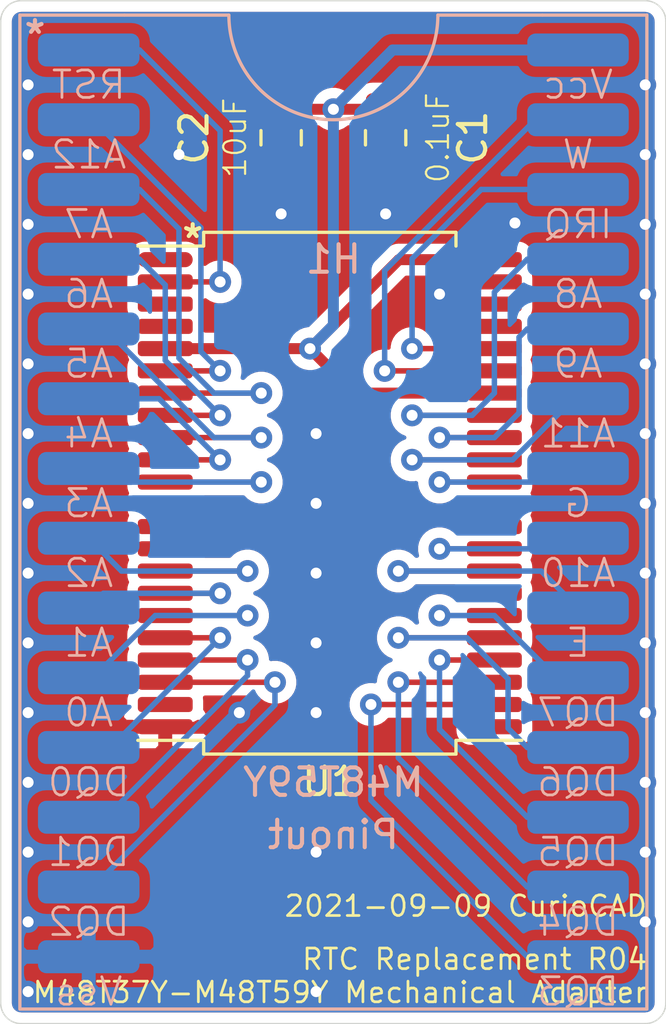
<source format=kicad_pcb>
(kicad_pcb (version 20171130) (host pcbnew "(5.1.10)-1")

  (general
    (thickness 1.6)
    (drawings 14)
    (tracks 189)
    (zones 0)
    (modules 4)
    (nets 43)
  )

  (page USLetter)
  (title_block
    (title "DS1554P -> M48T59Y Pinout Adapter")
    (date 2021-05-31)
    (rev 3)
  )

  (layers
    (0 F.Cu signal)
    (31 B.Cu signal)
    (32 B.Adhes user hide)
    (33 F.Adhes user hide)
    (34 B.Paste user hide)
    (35 F.Paste user hide)
    (36 B.SilkS user hide)
    (37 F.SilkS user)
    (38 B.Mask user hide)
    (39 F.Mask user)
    (40 Dwgs.User user hide)
    (41 Cmts.User user hide)
    (42 Eco1.User user hide)
    (43 Eco2.User user hide)
    (44 Edge.Cuts user)
    (45 Margin user hide)
    (46 B.CrtYd user hide)
    (47 F.CrtYd user hide)
    (48 B.Fab user hide)
    (49 F.Fab user hide)
  )

  (setup
    (last_trace_width 0.2)
    (trace_clearance 0.2)
    (zone_clearance 0.381)
    (zone_45_only no)
    (trace_min 0.1524)
    (via_size 0.8)
    (via_drill 0.4)
    (via_min_size 0.4)
    (via_min_drill 0.3)
    (uvia_size 0.3)
    (uvia_drill 0.1)
    (uvias_allowed no)
    (uvia_min_size 0.2)
    (uvia_min_drill 0.1)
    (edge_width 0.05)
    (segment_width 0.2)
    (pcb_text_width 0.3)
    (pcb_text_size 1.5 1.5)
    (mod_edge_width 0.12)
    (mod_text_size 1 1)
    (mod_text_width 0.15)
    (pad_size 3.7 1.2)
    (pad_drill 0)
    (pad_to_mask_clearance 0)
    (aux_axis_origin 0 0)
    (visible_elements 7FFFFFFF)
    (pcbplotparams
      (layerselection 0x010f0_ffffffff)
      (usegerberextensions true)
      (usegerberattributes true)
      (usegerberadvancedattributes true)
      (creategerberjobfile false)
      (excludeedgelayer true)
      (linewidth 0.100000)
      (plotframeref false)
      (viasonmask false)
      (mode 1)
      (useauxorigin false)
      (hpglpennumber 1)
      (hpglpenspeed 20)
      (hpglpendiameter 15.000000)
      (psnegative false)
      (psa4output false)
      (plotreference true)
      (plotvalue true)
      (plotinvisibletext false)
      (padsonsilk false)
      (subtractmaskfromsilk false)
      (outputformat 1)
      (mirror false)
      (drillshape 0)
      (scaleselection 1)
      (outputdirectory "gerber/"))
  )

  (net 0 "")
  (net 1 GND)
  (net 2 +5V)
  (net 3 /A5)
  (net 4 /A6)
  (net 5 /A7)
  (net 6 /A12)
  (net 7 /RST)
  (net 8 /A4)
  (net 9 /A3)
  (net 10 /A2)
  (net 11 /A1)
  (net 12 /A0)
  (net 13 /D0)
  (net 14 /D1)
  (net 15 /D2)
  (net 16 /D3)
  (net 17 /D4)
  (net 18 /D5)
  (net 19 /D6)
  (net 20 /D7)
  (net 21 /ChipEnable)
  (net 22 /A10)
  (net 23 /OutputEnable)
  (net 24 /A11)
  (net 25 /A9)
  (net 26 /A8)
  (net 27 /IRQ)
  (net 28 /WriteEnable)
  (net 29 "Net-(U1-Pad43)")
  (net 30 "Net-(U1-Pad42)")
  (net 31 "Net-(U1-Pad41)")
  (net 32 "Net-(U1-Pad33)")
  (net 33 "Net-(U1-Pad32)")
  (net 34 "Net-(U1-Pad29)")
  (net 35 "Net-(U1-Pad23)")
  (net 36 "Net-(U1-Pad21)")
  (net 37 "Net-(U1-Pad14)")
  (net 38 "Net-(U1-Pad13)")
  (net 39 "Net-(U1-Pad12)")
  (net 40 "Net-(U1-Pad4)")
  (net 41 "Net-(U1-Pad3)")
  (net 42 "Net-(U1-Pad1)")

  (net_class Default "This is the default net class."
    (clearance 0.2)
    (trace_width 0.2)
    (via_dia 0.8)
    (via_drill 0.4)
    (uvia_dia 0.3)
    (uvia_drill 0.1)
    (add_net /A0)
    (add_net /A1)
    (add_net /A10)
    (add_net /A11)
    (add_net /A12)
    (add_net /A2)
    (add_net /A3)
    (add_net /A4)
    (add_net /A5)
    (add_net /A6)
    (add_net /A7)
    (add_net /A8)
    (add_net /A9)
    (add_net /ChipEnable)
    (add_net /D0)
    (add_net /D1)
    (add_net /D2)
    (add_net /D3)
    (add_net /D4)
    (add_net /D5)
    (add_net /D6)
    (add_net /D7)
    (add_net /IRQ)
    (add_net /OutputEnable)
    (add_net /RST)
    (add_net /WriteEnable)
    (add_net GND)
    (add_net "Net-(U1-Pad1)")
    (add_net "Net-(U1-Pad12)")
    (add_net "Net-(U1-Pad13)")
    (add_net "Net-(U1-Pad14)")
    (add_net "Net-(U1-Pad21)")
    (add_net "Net-(U1-Pad23)")
    (add_net "Net-(U1-Pad29)")
    (add_net "Net-(U1-Pad3)")
    (add_net "Net-(U1-Pad32)")
    (add_net "Net-(U1-Pad33)")
    (add_net "Net-(U1-Pad4)")
    (add_net "Net-(U1-Pad41)")
    (add_net "Net-(U1-Pad42)")
    (add_net "Net-(U1-Pad43)")
  )

  (net_class 5V ""
    (clearance 0.2)
    (trace_width 0.4)
    (via_dia 0.8)
    (via_drill 0.4)
    (uvia_dia 0.3)
    (uvia_drill 0.1)
    (add_net +5V)
  )

  (module lib_fp:DIL28-M48T59Y (layer B.Cu) (tedit 613A702C) (tstamp 602CBA18)
    (at 151.13 92.71 180)
    (descr "Dual Inline 28 Pin Marked for M48T59Y")
    (tags "M48T59Y, DIL28")
    (path /6010AAC2)
    (attr smd)
    (fp_text reference H1 (at 0 8.89) (layer B.SilkS)
      (effects (font (size 1 1) (thickness 0.15)) (justify mirror))
    )
    (fp_text value 150-10-328-00-106161 (at 0 1.27) (layer B.Fab)
      (effects (font (size 1 1) (thickness 0.15)) (justify mirror))
    )
    (fp_line (start -11.43 -18.415) (end 11.43 -18.415) (layer B.SilkS) (width 0.12))
    (fp_line (start -11.43 17.78) (end -11.43 -18.415) (layer B.SilkS) (width 0.12))
    (fp_line (start -7.62 17.78) (end -11.43 17.78) (layer B.SilkS) (width 0.12))
    (fp_line (start 11.43 17.78) (end 11.43 -18.415) (layer B.SilkS) (width 0.12))
    (fp_line (start 7.62 17.78) (end 11.43 17.78) (layer B.SilkS) (width 0.12))
    (fp_line (start -3.81 17.78) (end -7.62 17.78) (layer B.SilkS) (width 0.12))
    (fp_line (start 7.62 17.78) (end 3.81 17.78) (layer B.SilkS) (width 0.12))
    (fp_text user Pinout (at 0 -12.065) (layer B.SilkS)
      (effects (font (size 1 1) (thickness 0.15)) (justify mirror))
    )
    (fp_text user M48T59Y (at 0 -10.16) (layer B.SilkS)
      (effects (font (size 1 1) (thickness 0.15)) (justify mirror))
    )
    (fp_text user Vcc (at -8.92 15.24) (layer B.SilkS)
      (effects (font (size 1 1) (thickness 0.1)) (justify mirror))
    )
    (fp_text user W (at -8.92 12.7) (layer B.SilkS)
      (effects (font (size 1 1) (thickness 0.1)) (justify mirror))
    )
    (fp_text user IRQ (at -8.92 10.16) (layer B.SilkS)
      (effects (font (size 1 1) (thickness 0.1)) (justify mirror))
    )
    (fp_text user A8 (at -8.92 7.62) (layer B.SilkS)
      (effects (font (size 1 1) (thickness 0.1)) (justify mirror))
    )
    (fp_text user A9 (at -8.92 5.08) (layer B.SilkS)
      (effects (font (size 1 1) (thickness 0.1)) (justify mirror))
    )
    (fp_text user A11 (at -8.92 2.54) (layer B.SilkS)
      (effects (font (size 1 1) (thickness 0.1)) (justify mirror))
    )
    (fp_text user G (at -8.92 0) (layer B.SilkS)
      (effects (font (size 1 1) (thickness 0.1)) (justify mirror))
    )
    (fp_text user A10 (at -8.92 -2.54) (layer B.SilkS)
      (effects (font (size 1 1) (thickness 0.1)) (justify mirror))
    )
    (fp_text user E (at -8.92 -5.08) (layer B.SilkS)
      (effects (font (size 1 1) (thickness 0.1)) (justify mirror))
    )
    (fp_text user DQ7 (at -8.92 -7.62) (layer B.SilkS)
      (effects (font (size 1 1) (thickness 0.1)) (justify mirror))
    )
    (fp_text user DQ6 (at -8.92 -10.16) (layer B.SilkS)
      (effects (font (size 1 1) (thickness 0.1)) (justify mirror))
    )
    (fp_text user DQ5 (at -8.92 -12.7) (layer B.SilkS)
      (effects (font (size 1 1) (thickness 0.1)) (justify mirror))
    )
    (fp_text user DQ4 (at -8.92 -15.24) (layer B.SilkS)
      (effects (font (size 1 1) (thickness 0.1)) (justify mirror))
    )
    (fp_text user DQ3 (at -8.92 -17.78) (layer B.SilkS)
      (effects (font (size 1 1) (thickness 0.1)) (justify mirror))
    )
    (fp_text user Vss (at 8.92 -17.78) (layer B.SilkS)
      (effects (font (size 1 1) (thickness 0.1)) (justify mirror))
    )
    (fp_text user DQ2 (at 8.92 -15.24) (layer B.SilkS)
      (effects (font (size 1 1) (thickness 0.1)) (justify mirror))
    )
    (fp_text user DQ1 (at 8.92 -12.7) (layer B.SilkS)
      (effects (font (size 1 1) (thickness 0.1)) (justify mirror))
    )
    (fp_text user DQ0 (at 8.92 -10.16) (layer B.SilkS)
      (effects (font (size 1 1) (thickness 0.1)) (justify mirror))
    )
    (fp_text user A0 (at 8.92 -7.62) (layer B.SilkS)
      (effects (font (size 1 1) (thickness 0.1)) (justify mirror))
    )
    (fp_text user A1 (at 8.92 -5.08) (layer B.SilkS)
      (effects (font (size 1 1) (thickness 0.1)) (justify mirror))
    )
    (fp_text user A2 (at 8.92 -2.54) (layer B.SilkS)
      (effects (font (size 1 1) (thickness 0.1)) (justify mirror))
    )
    (fp_text user A3 (at 8.92 0) (layer B.SilkS)
      (effects (font (size 1 1) (thickness 0.1)) (justify mirror))
    )
    (fp_text user A4 (at 8.92 2.54) (layer B.SilkS)
      (effects (font (size 1 1) (thickness 0.1)) (justify mirror))
    )
    (fp_text user A5 (at 8.92 5.08) (layer B.SilkS)
      (effects (font (size 1 1) (thickness 0.1)) (justify mirror))
    )
    (fp_text user A6 (at 8.92 7.62) (layer B.SilkS)
      (effects (font (size 1 1) (thickness 0.1)) (justify mirror))
    )
    (fp_text user A7 (at 8.92 10.16) (layer B.SilkS)
      (effects (font (size 1 1) (thickness 0.1)) (justify mirror))
    )
    (fp_text user A12 (at 8.92 12.7) (layer B.SilkS)
      (effects (font (size 1 1) (thickness 0.1)) (justify mirror))
    )
    (fp_text user RST (at 8.92 15.24) (layer B.SilkS)
      (effects (font (size 1 1) (thickness 0.1)) (justify mirror))
    )
    (fp_arc (start 0 17.78) (end -3.81 17.78) (angle 180) (layer B.SilkS) (width 0.12))
    (pad 28 smd roundrect (at -8.92 16.51 180) (size 3.7 1.2) (layers B.Cu B.Paste B.Mask) (roundrect_rratio 0.25)
      (net 2 +5V))
    (pad 27 smd roundrect (at -8.92 13.97 180) (size 3.7 1.2) (layers B.Cu B.Paste B.Mask) (roundrect_rratio 0.25)
      (net 28 /WriteEnable))
    (pad 26 smd roundrect (at -8.92 11.43 180) (size 3.7 1.2) (layers B.Cu B.Paste B.Mask) (roundrect_rratio 0.25)
      (net 27 /IRQ))
    (pad 25 smd roundrect (at -8.92 8.89 180) (size 3.7 1.2) (layers B.Cu B.Paste B.Mask) (roundrect_rratio 0.25)
      (net 26 /A8))
    (pad 24 smd roundrect (at -8.92 6.35 180) (size 3.7 1.2) (layers B.Cu B.Paste B.Mask) (roundrect_rratio 0.25)
      (net 25 /A9))
    (pad 23 smd roundrect (at -8.92 3.81 180) (size 3.7 1.2) (layers B.Cu B.Paste B.Mask) (roundrect_rratio 0.25)
      (net 24 /A11))
    (pad 22 smd roundrect (at -8.92 1.27 180) (size 3.7 1.2) (layers B.Cu B.Paste B.Mask) (roundrect_rratio 0.25)
      (net 23 /OutputEnable))
    (pad 21 smd roundrect (at -8.92 -1.27 180) (size 3.7 1.2) (layers B.Cu B.Paste B.Mask) (roundrect_rratio 0.25)
      (net 22 /A10))
    (pad 20 smd roundrect (at -8.92 -3.81 180) (size 3.7 1.2) (layers B.Cu B.Paste B.Mask) (roundrect_rratio 0.25)
      (net 21 /ChipEnable))
    (pad 19 smd roundrect (at -8.92 -6.35 180) (size 3.7 1.2) (layers B.Cu B.Paste B.Mask) (roundrect_rratio 0.25)
      (net 20 /D7))
    (pad 18 smd roundrect (at -8.92 -8.89 180) (size 3.7 1.2) (layers B.Cu B.Paste B.Mask) (roundrect_rratio 0.25)
      (net 19 /D6))
    (pad 17 smd roundrect (at -8.92 -11.43 180) (size 3.7 1.2) (layers B.Cu B.Paste B.Mask) (roundrect_rratio 0.25)
      (net 18 /D5))
    (pad 16 smd roundrect (at -8.92 -13.97 180) (size 3.7 1.2) (layers B.Cu B.Paste B.Mask) (roundrect_rratio 0.25)
      (net 17 /D4))
    (pad 15 smd roundrect (at -8.92 -16.51 180) (size 3.7 1.2) (layers B.Cu B.Paste B.Mask) (roundrect_rratio 0.25)
      (net 16 /D3))
    (pad 14 smd roundrect (at 8.92 -16.51 180) (size 3.7 1.2) (layers B.Cu B.Paste B.Mask) (roundrect_rratio 0.25)
      (net 1 GND))
    (pad 13 smd roundrect (at 8.92 -13.97 180) (size 3.7 1.2) (layers B.Cu B.Paste B.Mask) (roundrect_rratio 0.25)
      (net 15 /D2))
    (pad 12 smd roundrect (at 8.92 -11.43 180) (size 3.7 1.2) (layers B.Cu B.Paste B.Mask) (roundrect_rratio 0.25)
      (net 14 /D1))
    (pad 11 smd roundrect (at 8.92 -8.89 180) (size 3.7 1.2) (layers B.Cu B.Paste B.Mask) (roundrect_rratio 0.25)
      (net 13 /D0))
    (pad 10 smd roundrect (at 8.92 -6.35 180) (size 3.7 1.2) (layers B.Cu B.Paste B.Mask) (roundrect_rratio 0.25)
      (net 12 /A0))
    (pad 9 smd roundrect (at 8.92 -3.81 180) (size 3.7 1.2) (layers B.Cu B.Paste B.Mask) (roundrect_rratio 0.25)
      (net 11 /A1))
    (pad 8 smd roundrect (at 8.92 -1.27 180) (size 3.7 1.2) (layers B.Cu B.Paste B.Mask) (roundrect_rratio 0.25)
      (net 10 /A2))
    (pad 7 smd roundrect (at 8.92 1.27 180) (size 3.7 1.2) (layers B.Cu B.Paste B.Mask) (roundrect_rratio 0.25)
      (net 9 /A3))
    (pad 6 smd roundrect (at 8.92 3.81 180) (size 3.7 1.2) (layers B.Cu B.Paste B.Mask) (roundrect_rratio 0.25)
      (net 8 /A4))
    (pad 1 smd roundrect (at 8.92 16.51 180) (size 3.7 1.2) (layers B.Cu B.Paste B.Mask) (roundrect_rratio 0.25)
      (net 7 /RST))
    (pad 2 smd roundrect (at 8.92 13.97 180) (size 3.7 1.2) (layers B.Cu B.Paste B.Mask) (roundrect_rratio 0.25)
      (net 6 /A12))
    (pad 3 smd roundrect (at 8.92 11.43 180) (size 3.7 1.2) (layers B.Cu B.Paste B.Mask) (roundrect_rratio 0.25)
      (net 5 /A7))
    (pad 4 smd roundrect (at 8.92 8.89 180) (size 3.7 1.2) (layers B.Cu B.Paste B.Mask) (roundrect_rratio 0.25)
      (net 4 /A6))
    (pad 5 smd roundrect (at 8.92 6.35 180) (size 3.7 1.2) (layers B.Cu B.Paste B.Mask) (roundrect_rratio 0.25)
      (net 3 /A5))
    (model ${KIPRJMOD}/3d_models/dil_socket_150-80-628-00-106161.stp
      (offset (xyz 0 0 2))
      (scale (xyz 1 1 1))
      (rotate (xyz -90 0 0))
    )
  )

  (module lib_fp:STM-SOH-44 (layer F.Cu) (tedit 6139DA95) (tstamp 613A8933)
    (at 151 92.34)
    (tags "Realtime Clock")
    (path /613A4741)
    (attr smd)
    (fp_text reference U1 (at 0 10.5) (layer F.SilkS)
      (effects (font (size 1 1) (thickness 0.15)))
    )
    (fp_text value M48T37Y (at 0 0) (layer F.Fab)
      (effects (font (size 1 1) (thickness 0.15)))
    )
    (fp_line (start 4.6 -9.5) (end 4.6 -9) (layer F.SilkS) (width 0.12))
    (fp_line (start -4.6 -9) (end -7 -9) (layer F.SilkS) (width 0.12))
    (fp_line (start -4.6 -9.5) (end -4.6 -9) (layer F.SilkS) (width 0.12))
    (fp_line (start 4.6 9) (end 7 9) (layer F.SilkS) (width 0.12))
    (fp_line (start 4.6 9.5) (end 4.6 9) (layer F.SilkS) (width 0.12))
    (fp_line (start -4.6 9) (end -7 9) (layer F.SilkS) (width 0.12))
    (fp_line (start -4.6 9.5) (end -4.6 9) (layer F.SilkS) (width 0.12))
    (fp_line (start -4.6 -9.5) (end 4.6 -9.5) (layer F.SilkS) (width 0.12))
    (fp_line (start -4.6 9.5) (end 4.6 9.5) (layer F.SilkS) (width 0.12))
    (fp_line (start -4.5 -8.9) (end -4.5 9.4) (layer Dwgs.User) (width 0.12))
    (fp_line (start -4.5 9.4) (end 4.5 9.4) (layer Dwgs.User) (width 0.12))
    (fp_line (start 4.5 9.4) (end 4.5 -9.4) (layer Dwgs.User) (width 0.12))
    (fp_line (start 4.5 -9.4) (end -4 -9.4) (layer Dwgs.User) (width 0.12))
    (fp_line (start -4 -9.4) (end -4.5 -8.9) (layer Dwgs.User) (width 0.12))
    (fp_text user * (at -5 -9.25) (layer F.SilkS)
      (effects (font (size 1 1) (thickness 0.15)))
    )
    (pad 44 smd roundrect (at 6 -8.505) (size 2 0.55) (layers F.Cu F.Paste F.Mask) (roundrect_rratio 0.25)
      (net 2 +5V))
    (pad 43 smd roundrect (at 6 -7.695) (size 2 0.55) (layers F.Cu F.Paste F.Mask) (roundrect_rratio 0.25)
      (net 29 "Net-(U1-Pad43)"))
    (pad 42 smd roundrect (at 6 -6.885) (size 2 0.55) (layers F.Cu F.Paste F.Mask) (roundrect_rratio 0.25)
      (net 30 "Net-(U1-Pad42)"))
    (pad 41 smd roundrect (at 6 -6.075) (size 2 0.55) (layers F.Cu F.Paste F.Mask) (roundrect_rratio 0.25)
      (net 31 "Net-(U1-Pad41)"))
    (pad 40 smd roundrect (at 6 -5.265) (size 2 0.55) (layers F.Cu F.Paste F.Mask) (roundrect_rratio 0.25)
      (net 27 /IRQ))
    (pad 39 smd roundrect (at 6 -4.455) (size 2 0.55) (layers F.Cu F.Paste F.Mask) (roundrect_rratio 0.25)
      (net 28 /WriteEnable))
    (pad 38 smd roundrect (at 6 -3.645) (size 2 0.55) (layers F.Cu F.Paste F.Mask) (roundrect_rratio 0.25)
      (net 2 +5V))
    (pad 37 smd roundrect (at 6 -2.835) (size 2 0.55) (layers F.Cu F.Paste F.Mask) (roundrect_rratio 0.25)
      (net 26 /A8))
    (pad 36 smd roundrect (at 6 -2.025) (size 2 0.55) (layers F.Cu F.Paste F.Mask) (roundrect_rratio 0.25)
      (net 25 /A9))
    (pad 35 smd roundrect (at 6 -1.215) (size 2 0.55) (layers F.Cu F.Paste F.Mask) (roundrect_rratio 0.25)
      (net 24 /A11))
    (pad 34 smd roundrect (at 6 -0.405) (size 2 0.55) (layers F.Cu F.Paste F.Mask) (roundrect_rratio 0.25)
      (net 23 /OutputEnable))
    (pad 33 smd roundrect (at 6 0.405) (size 2 0.55) (layers F.Cu F.Paste F.Mask) (roundrect_rratio 0.25)
      (net 32 "Net-(U1-Pad33)"))
    (pad 32 smd roundrect (at 6 1.215) (size 2 0.55) (layers F.Cu F.Paste F.Mask) (roundrect_rratio 0.25)
      (net 33 "Net-(U1-Pad32)"))
    (pad 31 smd roundrect (at 6 2.025) (size 2 0.55) (layers F.Cu F.Paste F.Mask) (roundrect_rratio 0.25)
      (net 22 /A10))
    (pad 30 smd roundrect (at 6 2.835) (size 2 0.55) (layers F.Cu F.Paste F.Mask) (roundrect_rratio 0.25)
      (net 21 /ChipEnable))
    (pad 29 smd roundrect (at 6 3.645) (size 2 0.55) (layers F.Cu F.Paste F.Mask) (roundrect_rratio 0.25)
      (net 34 "Net-(U1-Pad29)"))
    (pad 28 smd roundrect (at 6 4.455) (size 2 0.55) (layers F.Cu F.Paste F.Mask) (roundrect_rratio 0.25)
      (net 20 /D7))
    (pad 27 smd roundrect (at 6 5.265) (size 2 0.55) (layers F.Cu F.Paste F.Mask) (roundrect_rratio 0.25)
      (net 19 /D6))
    (pad 26 smd roundrect (at 6 6.075) (size 2 0.55) (layers F.Cu F.Paste F.Mask) (roundrect_rratio 0.25)
      (net 18 /D5))
    (pad 25 smd roundrect (at 6 6.885) (size 2 0.55) (layers F.Cu F.Paste F.Mask) (roundrect_rratio 0.25)
      (net 17 /D4))
    (pad 24 smd roundrect (at 6 7.695) (size 2 0.55) (layers F.Cu F.Paste F.Mask) (roundrect_rratio 0.25)
      (net 16 /D3))
    (pad 23 smd roundrect (at 6 8.505) (size 2 0.55) (layers F.Cu F.Paste F.Mask) (roundrect_rratio 0.25)
      (net 35 "Net-(U1-Pad23)"))
    (pad 22 smd roundrect (at -6 8.505) (size 2 0.55) (layers F.Cu F.Paste F.Mask) (roundrect_rratio 0.25)
      (net 1 GND))
    (pad 21 smd roundrect (at -6 7.695) (size 2 0.55) (layers F.Cu F.Paste F.Mask) (roundrect_rratio 0.25)
      (net 36 "Net-(U1-Pad21)"))
    (pad 20 smd roundrect (at -6 6.885) (size 2 0.55) (layers F.Cu F.Paste F.Mask) (roundrect_rratio 0.25)
      (net 15 /D2))
    (pad 19 smd roundrect (at -6 6.075) (size 2 0.55) (layers F.Cu F.Paste F.Mask) (roundrect_rratio 0.25)
      (net 14 /D1))
    (pad 18 smd roundrect (at -6 5.265) (size 2 0.55) (layers F.Cu F.Paste F.Mask) (roundrect_rratio 0.25)
      (net 13 /D0))
    (pad 17 smd roundrect (at -6 4.455) (size 2 0.55) (layers F.Cu F.Paste F.Mask) (roundrect_rratio 0.25)
      (net 12 /A0))
    (pad 16 smd roundrect (at -6 3.645) (size 2 0.55) (layers F.Cu F.Paste F.Mask) (roundrect_rratio 0.25)
      (net 11 /A1))
    (pad 15 smd roundrect (at -6 2.835) (size 2 0.55) (layers F.Cu F.Paste F.Mask) (roundrect_rratio 0.25)
      (net 10 /A2))
    (pad 14 smd roundrect (at -6 2.025) (size 2 0.55) (layers F.Cu F.Paste F.Mask) (roundrect_rratio 0.25)
      (net 37 "Net-(U1-Pad14)"))
    (pad 13 smd roundrect (at -6 1.215) (size 2 0.55) (layers F.Cu F.Paste F.Mask) (roundrect_rratio 0.25)
      (net 38 "Net-(U1-Pad13)"))
    (pad 12 smd roundrect (at -6 0.405) (size 2 0.55) (layers F.Cu F.Paste F.Mask) (roundrect_rratio 0.25)
      (net 39 "Net-(U1-Pad12)"))
    (pad 11 smd roundrect (at -6 -0.405) (size 2 0.55) (layers F.Cu F.Paste F.Mask) (roundrect_rratio 0.25)
      (net 9 /A3))
    (pad 10 smd roundrect (at -6 -1.215) (size 2 0.55) (layers F.Cu F.Paste F.Mask) (roundrect_rratio 0.25)
      (net 8 /A4))
    (pad 9 smd roundrect (at -6 -2.025) (size 2 0.55) (layers F.Cu F.Paste F.Mask) (roundrect_rratio 0.25)
      (net 3 /A5))
    (pad 8 smd roundrect (at -6 -2.835) (size 2 0.55) (layers F.Cu F.Paste F.Mask) (roundrect_rratio 0.25)
      (net 4 /A6))
    (pad 7 smd roundrect (at -6 -3.645) (size 2 0.55) (layers F.Cu F.Paste F.Mask) (roundrect_rratio 0.25)
      (net 5 /A7))
    (pad 6 smd roundrect (at -6 -4.455) (size 2 0.55) (layers F.Cu F.Paste F.Mask) (roundrect_rratio 0.25)
      (net 6 /A12))
    (pad 5 smd roundrect (at -6 -5.265) (size 2 0.55) (layers F.Cu F.Paste F.Mask) (roundrect_rratio 0.25)
      (net 2 +5V))
    (pad 4 smd roundrect (at -6 -6.075) (size 2 0.55) (layers F.Cu F.Paste F.Mask) (roundrect_rratio 0.25)
      (net 40 "Net-(U1-Pad4)"))
    (pad 3 smd roundrect (at -6 -6.885) (size 2 0.55) (layers F.Cu F.Paste F.Mask) (roundrect_rratio 0.25)
      (net 41 "Net-(U1-Pad3)"))
    (pad 2 smd roundrect (at -6 -7.695) (size 2 0.55) (layers F.Cu F.Paste F.Mask) (roundrect_rratio 0.25)
      (net 7 /RST))
    (pad 1 smd oval (at -6 -8.505) (size 2 0.55) (layers F.Cu F.Paste F.Mask)
      (net 42 "Net-(U1-Pad1)"))
    (model ${KIPRJMOD}/3d_models/SOH44_STM.step
      (at (xyz 0 0 0))
      (scale (xyz 1 1 1))
      (rotate (xyz 0 0 0))
    )
  )

  (module Capacitor_SMD:C_0805_2012Metric_Pad1.18x1.45mm_HandSolder (layer F.Cu) (tedit 5F68FEEF) (tstamp 60908D30)
    (at 149.225 79.3965 270)
    (descr "Capacitor SMD 0805 (2012 Metric), square (rectangular) end terminal, IPC_7351 nominal with elongated pad for handsoldering. (Body size source: IPC-SM-782 page 76, https://www.pcb-3d.com/wordpress/wp-content/uploads/ipc-sm-782a_amendment_1_and_2.pdf, https://docs.google.com/spreadsheets/d/1BsfQQcO9C6DZCsRaXUlFlo91Tg2WpOkGARC1WS5S8t0/edit?usp=sharing), generated with kicad-footprint-generator")
    (tags "capacitor handsolder")
    (path /6090C8F8)
    (attr smd)
    (fp_text reference C2 (at 0 3.175 270) (layer F.SilkS)
      (effects (font (size 1 1) (thickness 0.15)))
    )
    (fp_text value 10uF (at 0 1.68 270) (layer F.SilkS)
      (effects (font (size 0.8 0.8) (thickness 0.08)))
    )
    (fp_line (start 1.88 0.98) (end -1.88 0.98) (layer F.CrtYd) (width 0.05))
    (fp_line (start 1.88 -0.98) (end 1.88 0.98) (layer F.CrtYd) (width 0.05))
    (fp_line (start -1.88 -0.98) (end 1.88 -0.98) (layer F.CrtYd) (width 0.05))
    (fp_line (start -1.88 0.98) (end -1.88 -0.98) (layer F.CrtYd) (width 0.05))
    (fp_line (start -0.261252 0.735) (end 0.261252 0.735) (layer F.SilkS) (width 0.12))
    (fp_line (start -0.261252 -0.735) (end 0.261252 -0.735) (layer F.SilkS) (width 0.12))
    (fp_line (start 1 0.625) (end -1 0.625) (layer F.Fab) (width 0.1))
    (fp_line (start 1 -0.625) (end 1 0.625) (layer F.Fab) (width 0.1))
    (fp_line (start -1 -0.625) (end 1 -0.625) (layer F.Fab) (width 0.1))
    (fp_line (start -1 0.625) (end -1 -0.625) (layer F.Fab) (width 0.1))
    (fp_text user %R (at 0 0 270) (layer F.Fab)
      (effects (font (size 0.5 0.5) (thickness 0.08)))
    )
    (pad 2 smd roundrect (at 1.0375 0 270) (size 1.175 1.45) (layers F.Cu F.Paste F.Mask) (roundrect_rratio 0.212766)
      (net 1 GND))
    (pad 1 smd roundrect (at -1.0375 0 270) (size 1.175 1.45) (layers F.Cu F.Paste F.Mask) (roundrect_rratio 0.212766)
      (net 2 +5V))
    (model ${KISYS3DMOD}/Capacitor_SMD.3dshapes/C_0805_2012Metric.wrl
      (at (xyz 0 0 0))
      (scale (xyz 1 1 1))
      (rotate (xyz 0 0 0))
    )
  )

  (module Capacitor_SMD:C_0805_2012Metric_Pad1.18x1.45mm_HandSolder (layer F.Cu) (tedit 5F68FEEF) (tstamp 608DE1B5)
    (at 153.035 79.3965 270)
    (descr "Capacitor SMD 0805 (2012 Metric), square (rectangular) end terminal, IPC_7351 nominal with elongated pad for handsoldering. (Body size source: IPC-SM-782 page 76, https://www.pcb-3d.com/wordpress/wp-content/uploads/ipc-sm-782a_amendment_1_and_2.pdf, https://docs.google.com/spreadsheets/d/1BsfQQcO9C6DZCsRaXUlFlo91Tg2WpOkGARC1WS5S8t0/edit?usp=sharing), generated with kicad-footprint-generator")
    (tags "capacitor handsolder")
    (path /6090B2C4)
    (attr smd)
    (fp_text reference C1 (at 0 -3.175 90) (layer F.SilkS)
      (effects (font (size 1 1) (thickness 0.15)))
    )
    (fp_text value 0.1uF (at 0 -1.905 90) (layer F.SilkS)
      (effects (font (size 0.8 0.8) (thickness 0.08)))
    )
    (fp_line (start 1.88 0.98) (end -1.88 0.98) (layer F.CrtYd) (width 0.05))
    (fp_line (start 1.88 -0.98) (end 1.88 0.98) (layer F.CrtYd) (width 0.05))
    (fp_line (start -1.88 -0.98) (end 1.88 -0.98) (layer F.CrtYd) (width 0.05))
    (fp_line (start -1.88 0.98) (end -1.88 -0.98) (layer F.CrtYd) (width 0.05))
    (fp_line (start -0.261252 0.735) (end 0.261252 0.735) (layer F.SilkS) (width 0.12))
    (fp_line (start -0.261252 -0.735) (end 0.261252 -0.735) (layer F.SilkS) (width 0.12))
    (fp_line (start 1 0.625) (end -1 0.625) (layer F.Fab) (width 0.1))
    (fp_line (start 1 -0.625) (end 1 0.625) (layer F.Fab) (width 0.1))
    (fp_line (start -1 -0.625) (end 1 -0.625) (layer F.Fab) (width 0.1))
    (fp_line (start -1 0.625) (end -1 -0.625) (layer F.Fab) (width 0.1))
    (fp_text user %R (at 0 0 90) (layer F.Fab)
      (effects (font (size 0.5 0.5) (thickness 0.08)))
    )
    (pad 2 smd roundrect (at 1.0375 0 270) (size 1.175 1.45) (layers F.Cu F.Paste F.Mask) (roundrect_rratio 0.212766)
      (net 1 GND))
    (pad 1 smd roundrect (at -1.0375 0 270) (size 1.175 1.45) (layers F.Cu F.Paste F.Mask) (roundrect_rratio 0.212766)
      (net 2 +5V))
    (model ${KISYS3DMOD}/Capacitor_SMD.3dshapes/C_0805_2012Metric.wrl
      (at (xyz 0 0 0))
      (scale (xyz 1 1 1))
      (rotate (xyz 0 0 0))
    )
  )

  (gr_arc (start 162.5 110.905) (end 162.5 111.655) (angle -90) (layer Edge.Cuts) (width 0.05) (tstamp 613AAA93))
  (gr_arc (start 139.75 110.905) (end 139 110.905) (angle -90) (layer Edge.Cuts) (width 0.05) (tstamp 613AAA87))
  (gr_arc (start 139.75 75.155) (end 139.75 74.405) (angle -90) (layer Edge.Cuts) (width 0.05) (tstamp 613AAA7D))
  (gr_arc (start 162.5 75.155) (end 163.25 75.155) (angle -90) (layer Edge.Cuts) (width 0.05))
  (gr_text "2021-09-09 CurioCAD" (at 162.63 107.375) (layer F.SilkS) (tstamp 60B80D6D)
    (effects (font (size 0.75 0.75) (thickness 0.1)) (justify right))
  )
  (dimension 25.654 (width 0.15) (layer Dwgs.User)
    (gr_text "25.654 mm" (at 151.13 110.266) (layer Dwgs.User)
      (effects (font (size 1 1) (thickness 0.15)))
    )
    (feature1 (pts (xy 163.957 100.584) (xy 163.957 109.552421)))
    (feature2 (pts (xy 138.303 100.584) (xy 138.303 109.552421)))
    (crossbar (pts (xy 138.303 108.966) (xy 163.957 108.966)))
    (arrow1a (pts (xy 163.957 108.966) (xy 162.830496 109.552421)))
    (arrow1b (pts (xy 163.957 108.966) (xy 162.830496 108.379579)))
    (arrow2a (pts (xy 138.303 108.966) (xy 139.429504 109.552421)))
    (arrow2b (pts (xy 138.303 108.966) (xy 139.429504 108.379579)))
  )
  (dimension 38.1 (width 0.15) (layer Dwgs.User)
    (gr_text "38.100 mm" (at 134.59 92.71 270) (layer Dwgs.User)
      (effects (font (size 1 1) (thickness 0.15)))
    )
    (feature1 (pts (xy 137.795 111.76) (xy 135.303579 111.76)))
    (feature2 (pts (xy 137.795 73.66) (xy 135.303579 73.66)))
    (crossbar (pts (xy 135.89 73.66) (xy 135.89 111.76)))
    (arrow1a (pts (xy 135.89 111.76) (xy 135.303579 110.633496)))
    (arrow1b (pts (xy 135.89 111.76) (xy 136.476421 110.633496)))
    (arrow2a (pts (xy 135.89 73.66) (xy 135.303579 74.786504)))
    (arrow2b (pts (xy 135.89 73.66) (xy 136.476421 74.786504)))
  )
  (dimension 26.67 (width 0.15) (layer Dwgs.User)
    (gr_text "26.670 mm" (at 151.13 116.235) (layer Dwgs.User)
      (effects (font (size 1 1) (thickness 0.15)))
    )
    (feature1 (pts (xy 164.465 111.76) (xy 164.465 115.521421)))
    (feature2 (pts (xy 137.795 111.76) (xy 137.795 115.521421)))
    (crossbar (pts (xy 137.795 114.935) (xy 164.465 114.935)))
    (arrow1a (pts (xy 164.465 114.935) (xy 163.338496 115.521421)))
    (arrow1b (pts (xy 164.465 114.935) (xy 163.338496 114.348579)))
    (arrow2a (pts (xy 137.795 114.935) (xy 138.921504 115.521421)))
    (arrow2b (pts (xy 137.795 114.935) (xy 138.921504 114.348579)))
  )
  (gr_text * (at 140.25 75.655) (layer B.SilkS)
    (effects (font (size 1 1) (thickness 0.15)) (justify mirror))
  )
  (gr_text "RTC Replacement R04\nM48T37Y-M48T59Y Mechanical Adapter" (at 162.63 109.915) (layer F.SilkS)
    (effects (font (size 0.75 0.75) (thickness 0.1)) (justify right))
  )
  (gr_line (start 139 110.905) (end 139 75.155) (layer Edge.Cuts) (width 0.05) (tstamp 608DBEE8))
  (gr_line (start 162.5 111.655) (end 139.75 111.655) (layer Edge.Cuts) (width 0.05))
  (gr_line (start 163.25 75.155) (end 163.25 110.905) (layer Edge.Cuts) (width 0.05))
  (gr_line (start 139.75 74.405) (end 162.5 74.405) (layer Edge.Cuts) (width 0.05))

  (via (at 153.035 82.169) (size 0.8) (drill 0.4) (layers F.Cu B.Cu) (net 1))
  (via (at 149.225 82.169) (size 0.8) (drill 0.4) (layers F.Cu B.Cu) (net 1))
  (via (at 140 100.33) (size 0.8) (drill 0.4) (layers F.Cu B.Cu) (net 1))
  (via (at 140 102.87) (size 0.8) (drill 0.4) (layers F.Cu B.Cu) (net 1))
  (via (at 140 105.41) (size 0.8) (drill 0.4) (layers F.Cu B.Cu) (net 1))
  (via (at 140 107.95) (size 0.8) (drill 0.4) (layers F.Cu B.Cu) (net 1))
  (via (at 162.5 107.95) (size 0.8) (drill 0.4) (layers F.Cu B.Cu) (net 1))
  (via (at 162.5 105.41) (size 0.8) (drill 0.4) (layers F.Cu B.Cu) (net 1))
  (via (at 162.5 102.87) (size 0.8) (drill 0.4) (layers F.Cu B.Cu) (net 1))
  (via (at 162.5 100.33) (size 0.8) (drill 0.4) (layers F.Cu B.Cu) (net 1))
  (via (at 162.5 97.79) (size 0.8) (drill 0.4) (layers F.Cu B.Cu) (net 1))
  (via (at 162.5 95.25) (size 0.8) (drill 0.4) (layers F.Cu B.Cu) (net 1))
  (via (at 162.5 92.71) (size 0.8) (drill 0.4) (layers F.Cu B.Cu) (net 1))
  (via (at 162.5 90.17) (size 0.8) (drill 0.4) (layers F.Cu B.Cu) (net 1))
  (via (at 162.5 87.63) (size 0.8) (drill 0.4) (layers F.Cu B.Cu) (net 1))
  (via (at 162.5 85.09) (size 0.8) (drill 0.4) (layers F.Cu B.Cu) (net 1))
  (via (at 162.5 82.55) (size 0.8) (drill 0.4) (layers F.Cu B.Cu) (net 1))
  (via (at 162.5 80.01) (size 0.8) (drill 0.4) (layers F.Cu B.Cu) (net 1))
  (via (at 162.5 77.47) (size 0.8) (drill 0.4) (layers F.Cu B.Cu) (net 1))
  (via (at 147.701 100.33) (size 0.8) (drill 0.4) (layers F.Cu B.Cu) (net 1))
  (via (at 140 97.79) (size 0.8) (drill 0.4) (layers F.Cu B.Cu) (net 1))
  (via (at 140 95.25) (size 0.8) (drill 0.4) (layers F.Cu B.Cu) (net 1))
  (via (at 140 92.71) (size 0.8) (drill 0.4) (layers F.Cu B.Cu) (net 1))
  (via (at 140 90.17) (size 0.8) (drill 0.4) (layers F.Cu B.Cu) (net 1))
  (via (at 140 87.63) (size 0.8) (drill 0.4) (layers F.Cu B.Cu) (net 1))
  (via (at 140 85.09) (size 0.8) (drill 0.4) (layers F.Cu B.Cu) (net 1))
  (via (at 140 82.55) (size 0.8) (drill 0.4) (layers F.Cu B.Cu) (net 1))
  (via (at 140 80.01) (size 0.8) (drill 0.4) (layers F.Cu B.Cu) (net 1))
  (via (at 140 77.47) (size 0.8) (drill 0.4) (layers F.Cu B.Cu) (net 1))
  (via (at 145.5 80.01) (size 0.8) (drill 0.4) (layers F.Cu B.Cu) (net 1))
  (via (at 150.5 105.41) (size 0.8) (drill 0.4) (layers F.Cu B.Cu) (net 1))
  (via (at 150.5 100.33) (size 0.8) (drill 0.4) (layers F.Cu B.Cu) (net 1))
  (via (at 150.5 97.79) (size 0.8) (drill 0.4) (layers F.Cu B.Cu) (net 1))
  (via (at 150.5 95.25) (size 0.8) (drill 0.4) (layers F.Cu B.Cu) (net 1))
  (via (at 150.5 92.71) (size 0.8) (drill 0.4) (layers F.Cu B.Cu) (net 1))
  (via (at 150.5 90.17) (size 0.8) (drill 0.4) (layers F.Cu B.Cu) (net 1))
  (via (at 150.5 110.49) (size 0.8) (drill 0.4) (layers F.Cu B.Cu) (net 1))
  (via (at 140 110.49) (size 0.8) (drill 0.4) (layers F.Cu B.Cu) (net 1))
  (via (at 155 85.09) (size 0.8) (drill 0.4) (layers F.Cu B.Cu) (net 1))
  (via (at 157.75 82.5) (size 0.8) (drill 0.4) (layers F.Cu B.Cu) (net 1))
  (segment (start 153.035 78.843666) (end 153.035 78.359) (width 0.2) (layer F.Cu) (net 2) (status 30))
  (via (at 151.13 78.359) (size 0.8) (drill 0.4) (layers F.Cu B.Cu) (net 2))
  (segment (start 153.289 76.2) (end 151.13 78.359) (width 0.4) (layer B.Cu) (net 2))
  (segment (start 160.05 76.2) (end 153.289 76.2) (width 0.4) (layer B.Cu) (net 2))
  (segment (start 153.035 78.359) (end 151.13 78.359) (width 0.4) (layer F.Cu) (net 2))
  (segment (start 149.225 78.359) (end 151.13 78.359) (width 0.4) (layer F.Cu) (net 2))
  (segment (start 150.276998 87.075) (end 145 87.075) (width 0.4) (layer F.Cu) (net 2))
  (segment (start 153.516998 83.835) (end 150.276998 87.075) (width 0.4) (layer F.Cu) (net 2))
  (via (at 150.276998 87.075) (size 0.8) (drill 0.4) (layers F.Cu B.Cu) (net 2))
  (segment (start 151.13 86.221998) (end 150.276998 87.075) (width 0.4) (layer B.Cu) (net 2))
  (segment (start 151.13 78.359) (end 151.13 86.221998) (width 0.4) (layer B.Cu) (net 2))
  (segment (start 157 83.835) (end 153.516998 83.835) (width 0.4) (layer F.Cu) (net 2))
  (segment (start 151.896998 88.695) (end 150.276998 87.075) (width 0.4) (layer F.Cu) (net 2))
  (segment (start 157 88.695) (end 151.896998 88.695) (width 0.4) (layer F.Cu) (net 2))
  (via (at 148.5 90.315) (size 0.8) (drill 0.4) (layers F.Cu B.Cu) (net 3))
  (segment (start 145 90.315) (end 148.5 90.315) (width 0.2) (layer F.Cu) (net 3) (status 10))
  (segment (start 142.818998 86.36) (end 142.21 86.36) (width 0.2) (layer B.Cu) (net 3) (status 30))
  (segment (start 146.773998 90.315) (end 142.818998 86.36) (width 0.2) (layer B.Cu) (net 3) (status 20))
  (segment (start 148.5 90.315) (end 146.773998 90.315) (width 0.2) (layer B.Cu) (net 3))
  (via (at 147 89.505) (size 0.8) (drill 0.4) (layers F.Cu B.Cu) (net 4))
  (segment (start 145 89.505) (end 147 89.505) (width 0.2) (layer F.Cu) (net 4) (status 10))
  (segment (start 147 89.505) (end 145 87.505) (width 0.2) (layer B.Cu) (net 4))
  (segment (start 144.06 83.82) (end 142.21 83.82) (width 0.2) (layer B.Cu) (net 4) (status 20))
  (segment (start 145 84.76) (end 144.06 83.82) (width 0.2) (layer B.Cu) (net 4))
  (segment (start 145 87.505) (end 145 84.76) (width 0.2) (layer B.Cu) (net 4))
  (segment (start 142.368544 81.28) (end 142.21 81.28) (width 0.2) (layer B.Cu) (net 5) (status 30))
  (via (at 148.5 88.695) (size 0.8) (drill 0.4) (layers F.Cu B.Cu) (net 5))
  (segment (start 145 88.695) (end 148.5 88.695) (width 0.2) (layer F.Cu) (net 5) (status 10))
  (segment (start 146.773998 88.695) (end 145.5 87.421002) (width 0.2) (layer B.Cu) (net 5))
  (segment (start 148.5 88.695) (end 146.773998 88.695) (width 0.2) (layer B.Cu) (net 5))
  (segment (start 144.06 81.28) (end 142.21 81.28) (width 0.2) (layer B.Cu) (net 5) (status 20))
  (segment (start 145.5 82.72) (end 144.06 81.28) (width 0.2) (layer B.Cu) (net 5))
  (segment (start 145.5 87.421002) (end 145.5 82.72) (width 0.2) (layer B.Cu) (net 5))
  (via (at 147 87.885) (size 0.8) (drill 0.4) (layers F.Cu B.Cu) (net 6))
  (segment (start 145 87.885) (end 147 87.885) (width 0.2) (layer F.Cu) (net 6) (status 10))
  (segment (start 142.368544 78.74) (end 142.21 78.74) (width 0.2) (layer B.Cu) (net 6) (status 30))
  (segment (start 146.299999 87.184999) (end 146.299999 82.671455) (width 0.2) (layer B.Cu) (net 6))
  (segment (start 146.299999 82.671455) (end 142.368544 78.74) (width 0.2) (layer B.Cu) (net 6) (status 20))
  (segment (start 147 87.885) (end 146.299999 87.184999) (width 0.2) (layer B.Cu) (net 6))
  (via (at 147 84.645) (size 0.8) (drill 0.4) (layers F.Cu B.Cu) (net 7))
  (segment (start 145 84.645) (end 147 84.645) (width 0.2) (layer F.Cu) (net 7) (status 10))
  (segment (start 144.06 76.2) (end 142.21 76.2) (width 0.2) (layer B.Cu) (net 7) (status 20))
  (segment (start 147 79.14) (end 144.06 76.2) (width 0.2) (layer B.Cu) (net 7))
  (segment (start 147 84.645) (end 147 79.14) (width 0.2) (layer B.Cu) (net 7))
  (via (at 147 91.125) (size 0.8) (drill 0.4) (layers F.Cu B.Cu) (net 8))
  (segment (start 145 91.125) (end 147 91.125) (width 0.2) (layer F.Cu) (net 8) (status 10))
  (segment (start 144.775 88.9) (end 142.21 88.9) (width 0.2) (layer B.Cu) (net 8) (status 20))
  (segment (start 147 91.125) (end 144.775 88.9) (width 0.2) (layer B.Cu) (net 8))
  (segment (start 145 91.935) (end 148.5 91.935) (width 0.2) (layer F.Cu) (net 9) (status 10))
  (via (at 148.5 91.935) (size 0.8) (drill 0.4) (layers F.Cu B.Cu) (net 9))
  (segment (start 142.705 91.935) (end 148.5 91.935) (width 0.2) (layer B.Cu) (net 9) (status 10))
  (segment (start 142.21 91.44) (end 142.705 91.935) (width 0.2) (layer B.Cu) (net 9) (status 30))
  (via (at 148 95.175) (size 0.8) (drill 0.4) (layers F.Cu B.Cu) (net 10))
  (segment (start 145 95.175) (end 148 95.175) (width 0.2) (layer F.Cu) (net 10))
  (segment (start 143.405 95.175) (end 142.21 93.98) (width 0.2) (layer B.Cu) (net 10))
  (segment (start 148 95.175) (end 143.405 95.175) (width 0.2) (layer B.Cu) (net 10))
  (segment (start 141.845 96.52) (end 142.21 96.52) (width 0.2) (layer B.Cu) (net 11) (status 30))
  (via (at 147 95.985) (size 0.8) (drill 0.4) (layers F.Cu B.Cu) (net 11))
  (segment (start 145 95.985) (end 147 95.985) (width 0.2) (layer F.Cu) (net 11))
  (segment (start 142.745 95.985) (end 147 95.985) (width 0.2) (layer B.Cu) (net 11))
  (segment (start 142.21 96.52) (end 142.745 95.985) (width 0.2) (layer B.Cu) (net 11))
  (segment (start 142.689175 98.580825) (end 142.21 99.06) (width 0.2) (layer B.Cu) (net 12) (status 30))
  (via (at 148 96.795) (size 0.8) (drill 0.4) (layers F.Cu B.Cu) (net 12))
  (segment (start 145 96.795) (end 148 96.795) (width 0.2) (layer F.Cu) (net 12))
  (segment (start 142.368544 99.06) (end 142.21 99.06) (width 0.2) (layer B.Cu) (net 12))
  (segment (start 144.633544 96.795) (end 142.368544 99.06) (width 0.2) (layer B.Cu) (net 12))
  (segment (start 148 96.795) (end 144.633544 96.795) (width 0.2) (layer B.Cu) (net 12))
  (via (at 147 97.605) (size 0.8) (drill 0.4) (layers F.Cu B.Cu) (net 13))
  (segment (start 145 97.605) (end 147 97.605) (width 0.2) (layer F.Cu) (net 13) (status 10))
  (segment (start 143.005 101.6) (end 142.21 101.6) (width 0.2) (layer B.Cu) (net 13) (status 30))
  (segment (start 147 97.605) (end 143.005 101.6) (width 0.2) (layer B.Cu) (net 13) (status 20))
  (via (at 148 98.415) (size 0.8) (drill 0.4) (layers F.Cu B.Cu) (net 14))
  (segment (start 145 98.415) (end 148 98.415) (width 0.2) (layer F.Cu) (net 14) (status 10))
  (segment (start 142.840685 104.14) (end 142.21 104.14) (width 0.2) (layer B.Cu) (net 14) (status 30))
  (segment (start 148 98.980685) (end 142.840685 104.14) (width 0.2) (layer B.Cu) (net 14) (status 20))
  (segment (start 148 98.415) (end 148 98.980685) (width 0.2) (layer B.Cu) (net 14))
  (via (at 149 99.225) (size 0.8) (drill 0.4) (layers F.Cu B.Cu) (net 15))
  (segment (start 145 99.225) (end 149 99.225) (width 0.2) (layer F.Cu) (net 15) (status 10))
  (segment (start 142.368544 106.68) (end 142.21 106.68) (width 0.2) (layer B.Cu) (net 15) (status 30))
  (segment (start 149 100.048544) (end 142.368544 106.68) (width 0.2) (layer B.Cu) (net 15) (status 20))
  (segment (start 149 99.225) (end 149 100.048544) (width 0.2) (layer B.Cu) (net 15))
  (via (at 152.5 100.035) (size 0.8) (drill 0.4) (layers F.Cu B.Cu) (net 16))
  (segment (start 157 100.035) (end 152.5 100.035) (width 0.2) (layer F.Cu) (net 16) (status 10))
  (segment (start 158.2 109.22) (end 160.05 109.22) (width 0.2) (layer B.Cu) (net 16) (status 30))
  (segment (start 152.5 103.52) (end 158.2 109.22) (width 0.2) (layer B.Cu) (net 16) (status 20))
  (segment (start 152.5 100.035) (end 152.5 103.52) (width 0.2) (layer B.Cu) (net 16))
  (via (at 153.5 99.225) (size 0.8) (drill 0.4) (layers F.Cu B.Cu) (net 17))
  (segment (start 157 99.225) (end 153.5 99.225) (width 0.2) (layer F.Cu) (net 17) (status 10))
  (segment (start 158.2 106.68) (end 160.05 106.68) (width 0.2) (layer B.Cu) (net 17) (status 30))
  (segment (start 153.5 101.98) (end 158.2 106.68) (width 0.2) (layer B.Cu) (net 17) (status 20))
  (segment (start 153.5 99.225) (end 153.5 101.98) (width 0.2) (layer B.Cu) (net 17))
  (via (at 155 98.415) (size 0.8) (drill 0.4) (layers F.Cu B.Cu) (net 18))
  (segment (start 157 98.415) (end 155 98.415) (width 0.2) (layer F.Cu) (net 18) (status 10))
  (segment (start 158.2 104.14) (end 160.05 104.14) (width 0.2) (layer B.Cu) (net 18) (status 30))
  (segment (start 155 100.94) (end 158.2 104.14) (width 0.2) (layer B.Cu) (net 18) (status 20))
  (segment (start 155 98.415) (end 155 100.94) (width 0.2) (layer B.Cu) (net 18))
  (via (at 153.5 97.605) (size 0.8) (drill 0.4) (layers F.Cu B.Cu) (net 19))
  (segment (start 157 97.605) (end 153.5 97.605) (width 0.2) (layer F.Cu) (net 19) (status 10))
  (segment (start 158.2 101.6) (end 157.5 100.9) (width 0.2) (layer B.Cu) (net 19) (status 10))
  (segment (start 160.05 101.6) (end 158.2 101.6) (width 0.2) (layer B.Cu) (net 19) (status 30))
  (segment (start 157.5 100.9) (end 157.5 99.105) (width 0.2) (layer B.Cu) (net 19))
  (segment (start 157.5 99.105) (end 156 97.605) (width 0.2) (layer B.Cu) (net 19))
  (segment (start 156 97.605) (end 153.5 97.605) (width 0.2) (layer B.Cu) (net 19))
  (via (at 155 96.795) (size 0.8) (drill 0.4) (layers F.Cu B.Cu) (net 20))
  (segment (start 157 96.795) (end 155 96.795) (width 0.2) (layer F.Cu) (net 20) (status 10))
  (segment (start 155 96.795) (end 157 96.795) (width 0.2) (layer B.Cu) (net 20))
  (segment (start 159.265 99.06) (end 160.05 99.06) (width 0.2) (layer B.Cu) (net 20) (status 30))
  (segment (start 157 96.795) (end 159.265 99.06) (width 0.2) (layer B.Cu) (net 20) (status 20))
  (via (at 153.5 95.175) (size 0.8) (drill 0.4) (layers F.Cu B.Cu) (net 21))
  (segment (start 157 95.175) (end 153.5 95.175) (width 0.2) (layer F.Cu) (net 21) (status 10))
  (segment (start 158.705 95.175) (end 160.05 96.52) (width 0.2) (layer B.Cu) (net 21) (status 20))
  (segment (start 153.5 95.175) (end 158.705 95.175) (width 0.2) (layer B.Cu) (net 21))
  (via (at 155 94.365) (size 0.8) (drill 0.4) (layers F.Cu B.Cu) (net 22))
  (segment (start 157 94.365) (end 155 94.365) (width 0.2) (layer F.Cu) (net 22) (status 10))
  (segment (start 159.665 94.365) (end 160.05 93.98) (width 0.2) (layer B.Cu) (net 22) (status 30))
  (segment (start 155 94.365) (end 159.665 94.365) (width 0.2) (layer B.Cu) (net 22) (status 20))
  (via (at 155 91.935) (size 0.8) (drill 0.4) (layers F.Cu B.Cu) (net 23))
  (segment (start 157 91.935) (end 155 91.935) (width 0.2) (layer F.Cu) (net 23) (status 10))
  (segment (start 159.555 91.935) (end 160.05 91.44) (width 0.2) (layer B.Cu) (net 23) (status 30))
  (segment (start 155 91.935) (end 159.555 91.935) (width 0.2) (layer B.Cu) (net 23) (status 20))
  (via (at 154 91.125) (size 0.8) (drill 0.4) (layers F.Cu B.Cu) (net 24))
  (segment (start 157 91.125) (end 154 91.125) (width 0.2) (layer F.Cu) (net 24) (status 10))
  (segment (start 159.891456 88.9) (end 160.05 88.9) (width 0.2) (layer B.Cu) (net 24) (status 30))
  (segment (start 157.666456 91.125) (end 159.891456 88.9) (width 0.2) (layer B.Cu) (net 24) (status 20))
  (segment (start 154 91.125) (end 157.666456 91.125) (width 0.2) (layer B.Cu) (net 24))
  (via (at 155 90.315) (size 0.8) (drill 0.4) (layers F.Cu B.Cu) (net 25))
  (segment (start 157 90.315) (end 155 90.315) (width 0.2) (layer F.Cu) (net 25) (status 10))
  (segment (start 155 90.315) (end 157 90.315) (width 0.2) (layer B.Cu) (net 25))
  (segment (start 158.2 86.36) (end 160.05 86.36) (width 0.2) (layer B.Cu) (net 25) (status 30))
  (segment (start 157.89999 86.66001) (end 158.2 86.36) (width 0.2) (layer B.Cu) (net 25) (status 20))
  (segment (start 157.89999 89.41501) (end 157.89999 86.66001) (width 0.2) (layer B.Cu) (net 25))
  (segment (start 157 90.315) (end 157.89999 89.41501) (width 0.2) (layer B.Cu) (net 25))
  (via (at 154 89.505) (size 0.8) (drill 0.4) (layers F.Cu B.Cu) (net 26))
  (segment (start 157 89.505) (end 154 89.505) (width 0.2) (layer F.Cu) (net 26) (status 10))
  (segment (start 154 89.505) (end 156.19 89.505) (width 0.2) (layer B.Cu) (net 26))
  (segment (start 156.19 89.505) (end 157 88.695) (width 0.2) (layer B.Cu) (net 26))
  (segment (start 158.2 83.82) (end 160.05 83.82) (width 0.2) (layer B.Cu) (net 26) (status 30))
  (segment (start 157 85.02) (end 158.2 83.82) (width 0.2) (layer B.Cu) (net 26) (status 20))
  (segment (start 157 88.695) (end 157 85.02) (width 0.2) (layer B.Cu) (net 26))
  (via (at 154 87.075) (size 0.8) (drill 0.4) (layers F.Cu B.Cu) (net 27))
  (segment (start 157 87.075) (end 154 87.075) (width 0.2) (layer F.Cu) (net 27) (status 10))
  (segment (start 156.518998 81.28) (end 160.05 81.28) (width 0.2) (layer B.Cu) (net 27) (status 20))
  (segment (start 154 83.798998) (end 156.518998 81.28) (width 0.2) (layer B.Cu) (net 27))
  (segment (start 154 87.075) (end 154 83.798998) (width 0.2) (layer B.Cu) (net 27))
  (via (at 153 87.885) (size 0.8) (drill 0.4) (layers F.Cu B.Cu) (net 28))
  (segment (start 157 87.885) (end 153 87.885) (width 0.2) (layer F.Cu) (net 28) (status 10))
  (segment (start 158.4933 78.74) (end 160.05 78.74) (width 0.2) (layer B.Cu) (net 28) (status 30))
  (segment (start 153 84.2333) (end 158.4933 78.74) (width 0.2) (layer B.Cu) (net 28) (status 20))
  (segment (start 153 87.885) (end 153 84.2333) (width 0.2) (layer B.Cu) (net 28))

  (zone (net 1) (net_name GND) (layer F.Cu) (tstamp 608E15E0) (hatch edge 0.508)
    (connect_pads (clearance 0.381))
    (min_thickness 0.1524)
    (fill yes (arc_segments 32) (thermal_gap 0.508) (thermal_bridge_width 0.508) (smoothing chamfer))
    (polygon
      (pts
        (xy 163.25 111.655) (xy 139 111.655) (xy 139 74.405) (xy 163.25 74.405)
      )
    )
    (filled_polygon
      (pts
        (xy 162.55157 74.89457) (xy 162.601169 74.909544) (xy 162.646918 74.933869) (xy 162.687072 74.966618) (xy 162.720099 75.006541)
        (xy 162.744741 75.052116) (xy 162.760066 75.101621) (xy 162.7678 75.175206) (xy 162.767801 110.881401) (xy 162.76043 110.956571)
        (xy 162.745456 111.006169) (xy 162.72113 111.05192) (xy 162.688382 111.092072) (xy 162.648462 111.125097) (xy 162.602879 111.149743)
        (xy 162.55338 111.165065) (xy 162.479794 111.1728) (xy 139.773589 111.1728) (xy 139.698429 111.16543) (xy 139.648831 111.150456)
        (xy 139.60308 111.12613) (xy 139.562928 111.093382) (xy 139.529903 111.053462) (xy 139.505257 111.007879) (xy 139.489935 110.95838)
        (xy 139.4822 110.884794) (xy 139.4822 101.16885) (xy 143.4158 101.16885) (xy 143.42652 101.245384) (xy 143.462 101.354856)
        (xy 143.518156 101.455301) (xy 143.592829 101.542862) (xy 143.683149 101.614172) (xy 143.785645 101.666491) (xy 143.896379 101.697809)
        (xy 144.011095 101.706922) (xy 144.67615 101.7042) (xy 144.8222 101.55815) (xy 144.8222 101.0228) (xy 145.1778 101.0228)
        (xy 145.1778 101.55815) (xy 145.32385 101.7042) (xy 145.988905 101.706922) (xy 146.103621 101.697809) (xy 146.214355 101.666491)
        (xy 146.316851 101.614172) (xy 146.407171 101.542862) (xy 146.481844 101.455301) (xy 146.538 101.354856) (xy 146.57348 101.245384)
        (xy 146.5842 101.16885) (xy 146.43815 101.0228) (xy 145.1778 101.0228) (xy 144.8222 101.0228) (xy 143.56185 101.0228)
        (xy 143.4158 101.16885) (xy 139.4822 101.16885) (xy 139.4822 100.52115) (xy 143.4158 100.52115) (xy 143.56185 100.6672)
        (xy 143.803906 100.6672) (xy 143.805873 100.668814) (xy 143.909072 100.723975) (xy 144.021048 100.757943) (xy 144.1375 100.769412)
        (xy 145.8625 100.769412) (xy 145.978952 100.757943) (xy 146.090928 100.723975) (xy 146.194127 100.668814) (xy 146.196094 100.6672)
        (xy 146.43815 100.6672) (xy 146.5842 100.52115) (xy 146.57348 100.444616) (xy 146.538 100.335144) (xy 146.481844 100.234699)
        (xy 146.456243 100.204679) (xy 146.459412 100.1725) (xy 146.459412 99.8975) (xy 146.448056 99.7822) (xy 148.344936 99.7822)
        (xy 148.453567 99.890831) (xy 148.593963 99.984641) (xy 148.749964 100.049259) (xy 148.915573 100.0822) (xy 149.084427 100.0822)
        (xy 149.250036 100.049259) (xy 149.406037 99.984641) (xy 149.546433 99.890831) (xy 149.665831 99.771433) (xy 149.759641 99.631037)
        (xy 149.824259 99.475036) (xy 149.8572 99.309427) (xy 149.8572 99.140573) (xy 149.824259 98.974964) (xy 149.759641 98.818963)
        (xy 149.665831 98.678567) (xy 149.546433 98.559169) (xy 149.406037 98.465359) (xy 149.250036 98.400741) (xy 149.084427 98.3678)
        (xy 148.915573 98.3678) (xy 148.8572 98.379411) (xy 148.8572 98.330573) (xy 148.824259 98.164964) (xy 148.759641 98.008963)
        (xy 148.665831 97.868567) (xy 148.546433 97.749169) (xy 148.406037 97.655359) (xy 148.28446 97.605) (xy 148.406037 97.554641)
        (xy 148.546433 97.460831) (xy 148.665831 97.341433) (xy 148.759641 97.201037) (xy 148.824259 97.045036) (xy 148.8572 96.879427)
        (xy 148.8572 96.710573) (xy 148.824259 96.544964) (xy 148.759641 96.388963) (xy 148.665831 96.248567) (xy 148.546433 96.129169)
        (xy 148.406037 96.035359) (xy 148.28446 95.985) (xy 148.406037 95.934641) (xy 148.546433 95.840831) (xy 148.665831 95.721433)
        (xy 148.759641 95.581037) (xy 148.824259 95.425036) (xy 148.8572 95.259427) (xy 148.8572 95.090573) (xy 148.824259 94.924964)
        (xy 148.759641 94.768963) (xy 148.665831 94.628567) (xy 148.546433 94.509169) (xy 148.406037 94.415359) (xy 148.250036 94.350741)
        (xy 148.084427 94.3178) (xy 147.915573 94.3178) (xy 147.749964 94.350741) (xy 147.593963 94.415359) (xy 147.453567 94.509169)
        (xy 147.344936 94.6178) (xy 146.448056 94.6178) (xy 146.459412 94.5025) (xy 146.459412 94.2275) (xy 146.447943 94.111048)
        (xy 146.413975 93.999072) (xy 146.393091 93.96) (xy 146.413975 93.920928) (xy 146.447943 93.808952) (xy 146.459412 93.6925)
        (xy 146.459412 93.4175) (xy 146.447943 93.301048) (xy 146.413975 93.189072) (xy 146.393091 93.15) (xy 146.413975 93.110928)
        (xy 146.447943 92.998952) (xy 146.459412 92.8825) (xy 146.459412 92.6075) (xy 146.448056 92.4922) (xy 147.844936 92.4922)
        (xy 147.953567 92.600831) (xy 148.093963 92.694641) (xy 148.249964 92.759259) (xy 148.415573 92.7922) (xy 148.584427 92.7922)
        (xy 148.750036 92.759259) (xy 148.906037 92.694641) (xy 149.046433 92.600831) (xy 149.165831 92.481433) (xy 149.259641 92.341037)
        (xy 149.324259 92.185036) (xy 149.3572 92.019427) (xy 149.3572 91.850573) (xy 149.324259 91.684964) (xy 149.259641 91.528963)
        (xy 149.165831 91.388567) (xy 149.046433 91.269169) (xy 148.906037 91.175359) (xy 148.78446 91.125) (xy 148.906037 91.074641)
        (xy 149.046433 90.980831) (xy 149.165831 90.861433) (xy 149.259641 90.721037) (xy 149.324259 90.565036) (xy 149.3572 90.399427)
        (xy 149.3572 90.230573) (xy 149.324259 90.064964) (xy 149.259641 89.908963) (xy 149.165831 89.768567) (xy 149.046433 89.649169)
        (xy 148.906037 89.555359) (xy 148.78446 89.505) (xy 148.906037 89.454641) (xy 149.046433 89.360831) (xy 149.165831 89.241433)
        (xy 149.259641 89.101037) (xy 149.324259 88.945036) (xy 149.3572 88.779427) (xy 149.3572 88.610573) (xy 149.324259 88.444964)
        (xy 149.259641 88.288963) (xy 149.165831 88.148567) (xy 149.046433 88.029169) (xy 148.906037 87.935359) (xy 148.750036 87.870741)
        (xy 148.584427 87.8378) (xy 148.415573 87.8378) (xy 148.249964 87.870741) (xy 148.093963 87.935359) (xy 147.953567 88.029169)
        (xy 147.844936 88.1378) (xy 147.823114 88.1378) (xy 147.824259 88.135036) (xy 147.8572 87.969427) (xy 147.8572 87.800573)
        (xy 147.8436 87.7322) (xy 149.721934 87.7322) (xy 149.730565 87.740831) (xy 149.870961 87.834641) (xy 150.026962 87.899259)
        (xy 150.192571 87.9322) (xy 150.204778 87.9322) (xy 151.409467 89.13689) (xy 151.43004 89.161958) (xy 151.530111 89.244085)
        (xy 151.644282 89.305111) (xy 151.768164 89.34269) (xy 151.864721 89.3522) (xy 151.864729 89.3522) (xy 151.896998 89.355378)
        (xy 151.929267 89.3522) (xy 153.1564 89.3522) (xy 153.1428 89.420573) (xy 153.1428 89.589427) (xy 153.175741 89.755036)
        (xy 153.240359 89.911037) (xy 153.334169 90.051433) (xy 153.453567 90.170831) (xy 153.593963 90.264641) (xy 153.71554 90.315)
        (xy 153.593963 90.365359) (xy 153.453567 90.459169) (xy 153.334169 90.578567) (xy 153.240359 90.718963) (xy 153.175741 90.874964)
        (xy 153.1428 91.040573) (xy 153.1428 91.209427) (xy 153.175741 91.375036) (xy 153.240359 91.531037) (xy 153.334169 91.671433)
        (xy 153.453567 91.790831) (xy 153.593963 91.884641) (xy 153.749964 91.949259) (xy 153.915573 91.9822) (xy 154.084427 91.9822)
        (xy 154.1428 91.970589) (xy 154.1428 92.019427) (xy 154.175741 92.185036) (xy 154.240359 92.341037) (xy 154.334169 92.481433)
        (xy 154.453567 92.600831) (xy 154.593963 92.694641) (xy 154.749964 92.759259) (xy 154.915573 92.7922) (xy 155.084427 92.7922)
        (xy 155.250036 92.759259) (xy 155.406037 92.694641) (xy 155.540879 92.604542) (xy 155.540588 92.6075) (xy 155.540588 92.8825)
        (xy 155.552057 92.998952) (xy 155.586025 93.110928) (xy 155.606909 93.15) (xy 155.586025 93.189072) (xy 155.552057 93.301048)
        (xy 155.540588 93.4175) (xy 155.540588 93.6925) (xy 155.540879 93.695458) (xy 155.406037 93.605359) (xy 155.250036 93.540741)
        (xy 155.084427 93.5078) (xy 154.915573 93.5078) (xy 154.749964 93.540741) (xy 154.593963 93.605359) (xy 154.453567 93.699169)
        (xy 154.334169 93.818567) (xy 154.240359 93.958963) (xy 154.175741 94.114964) (xy 154.1428 94.280573) (xy 154.1428 94.449427)
        (xy 154.175741 94.615036) (xy 154.176886 94.6178) (xy 154.155064 94.6178) (xy 154.046433 94.509169) (xy 153.906037 94.415359)
        (xy 153.750036 94.350741) (xy 153.584427 94.3178) (xy 153.415573 94.3178) (xy 153.249964 94.350741) (xy 153.093963 94.415359)
        (xy 152.953567 94.509169) (xy 152.834169 94.628567) (xy 152.740359 94.768963) (xy 152.675741 94.924964) (xy 152.6428 95.090573)
        (xy 152.6428 95.259427) (xy 152.675741 95.425036) (xy 152.740359 95.581037) (xy 152.834169 95.721433) (xy 152.953567 95.840831)
        (xy 153.093963 95.934641) (xy 153.249964 95.999259) (xy 153.415573 96.0322) (xy 153.584427 96.0322) (xy 153.750036 95.999259)
        (xy 153.906037 95.934641) (xy 154.046433 95.840831) (xy 154.155064 95.7322) (xy 155.551944 95.7322) (xy 155.540588 95.8475)
        (xy 155.540588 96.1225) (xy 155.540879 96.125458) (xy 155.406037 96.035359) (xy 155.250036 95.970741) (xy 155.084427 95.9378)
        (xy 154.915573 95.9378) (xy 154.749964 95.970741) (xy 154.593963 96.035359) (xy 154.453567 96.129169) (xy 154.334169 96.248567)
        (xy 154.240359 96.388963) (xy 154.175741 96.544964) (xy 154.1428 96.710573) (xy 154.1428 96.879427) (xy 154.175741 97.045036)
        (xy 154.176886 97.0478) (xy 154.155064 97.0478) (xy 154.046433 96.939169) (xy 153.906037 96.845359) (xy 153.750036 96.780741)
        (xy 153.584427 96.7478) (xy 153.415573 96.7478) (xy 153.249964 96.780741) (xy 153.093963 96.845359) (xy 152.953567 96.939169)
        (xy 152.834169 97.058567) (xy 152.740359 97.198963) (xy 152.675741 97.354964) (xy 152.6428 97.520573) (xy 152.6428 97.689427)
        (xy 152.675741 97.855036) (xy 152.740359 98.011037) (xy 152.834169 98.151433) (xy 152.953567 98.270831) (xy 153.093963 98.364641)
        (xy 153.21554 98.415) (xy 153.093963 98.465359) (xy 152.953567 98.559169) (xy 152.834169 98.678567) (xy 152.740359 98.818963)
        (xy 152.675741 98.974964) (xy 152.6428 99.140573) (xy 152.6428 99.189411) (xy 152.584427 99.1778) (xy 152.415573 99.1778)
        (xy 152.249964 99.210741) (xy 152.093963 99.275359) (xy 151.953567 99.369169) (xy 151.834169 99.488567) (xy 151.740359 99.628963)
        (xy 151.675741 99.784964) (xy 151.6428 99.950573) (xy 151.6428 100.119427) (xy 151.675741 100.285036) (xy 151.740359 100.441037)
        (xy 151.834169 100.581433) (xy 151.953567 100.700831) (xy 152.093963 100.794641) (xy 152.249964 100.859259) (xy 152.415573 100.8922)
        (xy 152.584427 100.8922) (xy 152.750036 100.859259) (xy 152.906037 100.794641) (xy 153.046433 100.700831) (xy 153.155064 100.5922)
        (xy 155.551944 100.5922) (xy 155.540588 100.7075) (xy 155.540588 100.9825) (xy 155.552057 101.098952) (xy 155.586025 101.210928)
        (xy 155.641186 101.314127) (xy 155.715419 101.404581) (xy 155.805873 101.478814) (xy 155.909072 101.533975) (xy 156.021048 101.567943)
        (xy 156.1375 101.579412) (xy 157.8625 101.579412) (xy 157.978952 101.567943) (xy 158.090928 101.533975) (xy 158.194127 101.478814)
        (xy 158.284581 101.404581) (xy 158.358814 101.314127) (xy 158.413975 101.210928) (xy 158.447943 101.098952) (xy 158.459412 100.9825)
        (xy 158.459412 100.7075) (xy 158.447943 100.591048) (xy 158.413975 100.479072) (xy 158.393091 100.44) (xy 158.413975 100.400928)
        (xy 158.447943 100.288952) (xy 158.459412 100.1725) (xy 158.459412 99.8975) (xy 158.447943 99.781048) (xy 158.413975 99.669072)
        (xy 158.393091 99.63) (xy 158.413975 99.590928) (xy 158.447943 99.478952) (xy 158.459412 99.3625) (xy 158.459412 99.0875)
        (xy 158.447943 98.971048) (xy 158.413975 98.859072) (xy 158.393091 98.82) (xy 158.413975 98.780928) (xy 158.447943 98.668952)
        (xy 158.459412 98.5525) (xy 158.459412 98.2775) (xy 158.447943 98.161048) (xy 158.413975 98.049072) (xy 158.393091 98.01)
        (xy 158.413975 97.970928) (xy 158.447943 97.858952) (xy 158.459412 97.7425) (xy 158.459412 97.4675) (xy 158.447943 97.351048)
        (xy 158.413975 97.239072) (xy 158.393091 97.2) (xy 158.413975 97.160928) (xy 158.447943 97.048952) (xy 158.459412 96.9325)
        (xy 158.459412 96.6575) (xy 158.447943 96.541048) (xy 158.413975 96.429072) (xy 158.393091 96.39) (xy 158.413975 96.350928)
        (xy 158.447943 96.238952) (xy 158.459412 96.1225) (xy 158.459412 95.8475) (xy 158.447943 95.731048) (xy 158.413975 95.619072)
        (xy 158.393091 95.58) (xy 158.413975 95.540928) (xy 158.447943 95.428952) (xy 158.459412 95.3125) (xy 158.459412 95.0375)
        (xy 158.447943 94.921048) (xy 158.413975 94.809072) (xy 158.393091 94.77) (xy 158.413975 94.730928) (xy 158.447943 94.618952)
        (xy 158.459412 94.5025) (xy 158.459412 94.2275) (xy 158.447943 94.111048) (xy 158.413975 93.999072) (xy 158.393091 93.96)
        (xy 158.413975 93.920928) (xy 158.447943 93.808952) (xy 158.459412 93.6925) (xy 158.459412 93.4175) (xy 158.447943 93.301048)
        (xy 158.413975 93.189072) (xy 158.393091 93.15) (xy 158.413975 93.110928) (xy 158.447943 92.998952) (xy 158.459412 92.8825)
        (xy 158.459412 92.6075) (xy 158.447943 92.491048) (xy 158.413975 92.379072) (xy 158.393091 92.34) (xy 158.413975 92.300928)
        (xy 158.447943 92.188952) (xy 158.459412 92.0725) (xy 158.459412 91.7975) (xy 158.447943 91.681048) (xy 158.413975 91.569072)
        (xy 158.393091 91.53) (xy 158.413975 91.490928) (xy 158.447943 91.378952) (xy 158.459412 91.2625) (xy 158.459412 90.9875)
        (xy 158.447943 90.871048) (xy 158.413975 90.759072) (xy 158.393091 90.72) (xy 158.413975 90.680928) (xy 158.447943 90.568952)
        (xy 158.459412 90.4525) (xy 158.459412 90.1775) (xy 158.447943 90.061048) (xy 158.413975 89.949072) (xy 158.393091 89.91)
        (xy 158.413975 89.870928) (xy 158.447943 89.758952) (xy 158.459412 89.6425) (xy 158.459412 89.3675) (xy 158.447943 89.251048)
        (xy 158.413975 89.139072) (xy 158.393091 89.1) (xy 158.413975 89.060928) (xy 158.447943 88.948952) (xy 158.459412 88.8325)
        (xy 158.459412 88.5575) (xy 158.447943 88.441048) (xy 158.413975 88.329072) (xy 158.393091 88.29) (xy 158.413975 88.250928)
        (xy 158.447943 88.138952) (xy 158.459412 88.0225) (xy 158.459412 87.7475) (xy 158.447943 87.631048) (xy 158.413975 87.519072)
        (xy 158.393091 87.48) (xy 158.413975 87.440928) (xy 158.447943 87.328952) (xy 158.459412 87.2125) (xy 158.459412 86.9375)
        (xy 158.447943 86.821048) (xy 158.413975 86.709072) (xy 158.393091 86.67) (xy 158.413975 86.630928) (xy 158.447943 86.518952)
        (xy 158.459412 86.4025) (xy 158.459412 86.1275) (xy 158.447943 86.011048) (xy 158.413975 85.899072) (xy 158.393091 85.86)
        (xy 158.413975 85.820928) (xy 158.447943 85.708952) (xy 158.459412 85.5925) (xy 158.459412 85.3175) (xy 158.447943 85.201048)
        (xy 158.413975 85.089072) (xy 158.393091 85.05) (xy 158.413975 85.010928) (xy 158.447943 84.898952) (xy 158.459412 84.7825)
        (xy 158.459412 84.5075) (xy 158.447943 84.391048) (xy 158.413975 84.279072) (xy 158.393091 84.24) (xy 158.413975 84.200928)
        (xy 158.447943 84.088952) (xy 158.459412 83.9725) (xy 158.459412 83.6975) (xy 158.447943 83.581048) (xy 158.413975 83.469072)
        (xy 158.358814 83.365873) (xy 158.284581 83.275419) (xy 158.194127 83.201186) (xy 158.090928 83.146025) (xy 157.978952 83.112057)
        (xy 157.8625 83.100588) (xy 156.1375 83.100588) (xy 156.021048 83.112057) (xy 155.909072 83.146025) (xy 155.849625 83.1778)
        (xy 153.549267 83.1778) (xy 153.516998 83.174622) (xy 153.484729 83.1778) (xy 153.484721 83.1778) (xy 153.388164 83.18731)
        (xy 153.264282 83.224889) (xy 153.150111 83.285915) (xy 153.05004 83.368042) (xy 153.029467 83.39311) (xy 150.204778 86.2178)
        (xy 150.192571 86.2178) (xy 150.026962 86.250741) (xy 149.870961 86.315359) (xy 149.730565 86.409169) (xy 149.721934 86.4178)
        (xy 146.457905 86.4178) (xy 146.459412 86.4025) (xy 146.459412 86.1275) (xy 146.447943 86.011048) (xy 146.413975 85.899072)
        (xy 146.393091 85.86) (xy 146.413975 85.820928) (xy 146.447943 85.708952) (xy 146.459412 85.5925) (xy 146.459412 85.3175)
        (xy 146.459121 85.314542) (xy 146.593963 85.404641) (xy 146.749964 85.469259) (xy 146.915573 85.5022) (xy 147.084427 85.5022)
        (xy 147.250036 85.469259) (xy 147.406037 85.404641) (xy 147.546433 85.310831) (xy 147.665831 85.191433) (xy 147.759641 85.051037)
        (xy 147.824259 84.895036) (xy 147.8572 84.729427) (xy 147.8572 84.560573) (xy 147.824259 84.394964) (xy 147.759641 84.238963)
        (xy 147.665831 84.098567) (xy 147.546433 83.979169) (xy 147.406037 83.885359) (xy 147.250036 83.820741) (xy 147.084427 83.7878)
        (xy 146.915573 83.7878) (xy 146.749964 83.820741) (xy 146.593963 83.885359) (xy 146.453567 83.979169) (xy 146.443298 83.989438)
        (xy 146.446605 83.978536) (xy 146.460742 83.835) (xy 146.446605 83.691464) (xy 146.404737 83.553444) (xy 146.336747 83.426244)
        (xy 146.245248 83.314752) (xy 146.133756 83.223253) (xy 146.006556 83.155263) (xy 145.868536 83.113395) (xy 145.760963 83.1028)
        (xy 144.239037 83.1028) (xy 144.131464 83.113395) (xy 143.993444 83.155263) (xy 143.866244 83.223253) (xy 143.754752 83.314752)
        (xy 143.663253 83.426244) (xy 143.595263 83.553444) (xy 143.553395 83.691464) (xy 143.539258 83.835) (xy 143.553395 83.978536)
        (xy 143.595263 84.116556) (xy 143.634077 84.189172) (xy 143.586025 84.279072) (xy 143.552057 84.391048) (xy 143.540588 84.5075)
        (xy 143.540588 84.7825) (xy 143.552057 84.898952) (xy 143.586025 85.010928) (xy 143.606909 85.05) (xy 143.586025 85.089072)
        (xy 143.552057 85.201048) (xy 143.540588 85.3175) (xy 143.540588 85.5925) (xy 143.552057 85.708952) (xy 143.586025 85.820928)
        (xy 143.606909 85.86) (xy 143.586025 85.899072) (xy 143.552057 86.011048) (xy 143.540588 86.1275) (xy 143.540588 86.4025)
        (xy 143.552057 86.518952) (xy 143.586025 86.630928) (xy 143.606909 86.67) (xy 143.586025 86.709072) (xy 143.552057 86.821048)
        (xy 143.540588 86.9375) (xy 143.540588 87.2125) (xy 143.552057 87.328952) (xy 143.586025 87.440928) (xy 143.606909 87.48)
        (xy 143.586025 87.519072) (xy 143.552057 87.631048) (xy 143.540588 87.7475) (xy 143.540588 88.0225) (xy 143.552057 88.138952)
        (xy 143.586025 88.250928) (xy 143.606909 88.29) (xy 143.586025 88.329072) (xy 143.552057 88.441048) (xy 143.540588 88.5575)
        (xy 143.540588 88.8325) (xy 143.552057 88.948952) (xy 143.586025 89.060928) (xy 143.606909 89.1) (xy 143.586025 89.139072)
        (xy 143.552057 89.251048) (xy 143.540588 89.3675) (xy 143.540588 89.6425) (xy 143.552057 89.758952) (xy 143.586025 89.870928)
        (xy 143.606909 89.91) (xy 143.586025 89.949072) (xy 143.552057 90.061048) (xy 143.540588 90.1775) (xy 143.540588 90.4525)
        (xy 143.552057 90.568952) (xy 143.586025 90.680928) (xy 143.606909 90.72) (xy 143.586025 90.759072) (xy 143.552057 90.871048)
        (xy 143.540588 90.9875) (xy 143.540588 91.2625) (xy 143.552057 91.378952) (xy 143.586025 91.490928) (xy 143.606909 91.53)
        (xy 143.586025 91.569072) (xy 143.552057 91.681048) (xy 143.540588 91.7975) (xy 143.540588 92.0725) (xy 143.552057 92.188952)
        (xy 143.586025 92.300928) (xy 143.606909 92.34) (xy 143.586025 92.379072) (xy 143.552057 92.491048) (xy 143.540588 92.6075)
        (xy 143.540588 92.8825) (xy 143.552057 92.998952) (xy 143.586025 93.110928) (xy 143.606909 93.15) (xy 143.586025 93.189072)
        (xy 143.552057 93.301048) (xy 143.540588 93.4175) (xy 143.540588 93.6925) (xy 143.552057 93.808952) (xy 143.586025 93.920928)
        (xy 143.606909 93.96) (xy 143.586025 93.999072) (xy 143.552057 94.111048) (xy 143.540588 94.2275) (xy 143.540588 94.5025)
        (xy 143.552057 94.618952) (xy 143.586025 94.730928) (xy 143.606909 94.77) (xy 143.586025 94.809072) (xy 143.552057 94.921048)
        (xy 143.540588 95.0375) (xy 143.540588 95.3125) (xy 143.552057 95.428952) (xy 143.586025 95.540928) (xy 143.606909 95.58)
        (xy 143.586025 95.619072) (xy 143.552057 95.731048) (xy 143.540588 95.8475) (xy 143.540588 96.1225) (xy 143.552057 96.238952)
        (xy 143.586025 96.350928) (xy 143.606909 96.39) (xy 143.586025 96.429072) (xy 143.552057 96.541048) (xy 143.540588 96.6575)
        (xy 143.540588 96.9325) (xy 143.552057 97.048952) (xy 143.586025 97.160928) (xy 143.606909 97.2) (xy 143.586025 97.239072)
        (xy 143.552057 97.351048) (xy 143.540588 97.4675) (xy 143.540588 97.7425) (xy 143.552057 97.858952) (xy 143.586025 97.970928)
        (xy 143.606909 98.01) (xy 143.586025 98.049072) (xy 143.552057 98.161048) (xy 143.540588 98.2775) (xy 143.540588 98.5525)
        (xy 143.552057 98.668952) (xy 143.586025 98.780928) (xy 143.606909 98.82) (xy 143.586025 98.859072) (xy 143.552057 98.971048)
        (xy 143.540588 99.0875) (xy 143.540588 99.3625) (xy 143.552057 99.478952) (xy 143.586025 99.590928) (xy 143.606909 99.63)
        (xy 143.586025 99.669072) (xy 143.552057 99.781048) (xy 143.540588 99.8975) (xy 143.540588 100.1725) (xy 143.543757 100.204679)
        (xy 143.518156 100.234699) (xy 143.462 100.335144) (xy 143.42652 100.444616) (xy 143.4158 100.52115) (xy 139.4822 100.52115)
        (xy 139.4822 81.0215) (xy 147.912973 81.0215) (xy 147.924253 81.136023) (xy 147.957658 81.246146) (xy 148.011905 81.347635)
        (xy 148.084909 81.436591) (xy 148.173865 81.509595) (xy 148.275354 81.563842) (xy 148.385477 81.597247) (xy 148.5 81.608527)
        (xy 148.90115 81.6057) (xy 149.0472 81.45965) (xy 149.0472 80.6118) (xy 149.4028 80.6118) (xy 149.4028 81.45965)
        (xy 149.54885 81.6057) (xy 149.95 81.608527) (xy 150.064523 81.597247) (xy 150.174646 81.563842) (xy 150.276135 81.509595)
        (xy 150.365091 81.436591) (xy 150.438095 81.347635) (xy 150.492342 81.246146) (xy 150.525747 81.136023) (xy 150.537027 81.0215)
        (xy 151.722973 81.0215) (xy 151.734253 81.136023) (xy 151.767658 81.246146) (xy 151.821905 81.347635) (xy 151.894909 81.436591)
        (xy 151.983865 81.509595) (xy 152.085354 81.563842) (xy 152.195477 81.597247) (xy 152.31 81.608527) (xy 152.71115 81.6057)
        (xy 152.8572 81.45965) (xy 152.8572 80.6118) (xy 153.2128 80.6118) (xy 153.2128 81.45965) (xy 153.35885 81.6057)
        (xy 153.76 81.608527) (xy 153.874523 81.597247) (xy 153.984646 81.563842) (xy 154.086135 81.509595) (xy 154.175091 81.436591)
        (xy 154.248095 81.347635) (xy 154.302342 81.246146) (xy 154.335747 81.136023) (xy 154.347027 81.0215) (xy 154.3442 80.75785)
        (xy 154.19815 80.6118) (xy 153.2128 80.6118) (xy 152.8572 80.6118) (xy 151.87185 80.6118) (xy 151.7258 80.75785)
        (xy 151.722973 81.0215) (xy 150.537027 81.0215) (xy 150.5342 80.75785) (xy 150.38815 80.6118) (xy 149.4028 80.6118)
        (xy 149.0472 80.6118) (xy 148.06185 80.6118) (xy 147.9158 80.75785) (xy 147.912973 81.0215) (xy 139.4822 81.0215)
        (xy 139.4822 79.8465) (xy 147.912973 79.8465) (xy 147.9158 80.11015) (xy 148.06185 80.2562) (xy 149.0472 80.2562)
        (xy 149.0472 80.2362) (xy 149.4028 80.2362) (xy 149.4028 80.2562) (xy 150.38815 80.2562) (xy 150.5342 80.11015)
        (xy 150.537027 79.8465) (xy 150.525747 79.731977) (xy 150.492342 79.621854) (xy 150.438095 79.520365) (xy 150.365091 79.431409)
        (xy 150.276135 79.358405) (xy 150.174646 79.304158) (xy 150.100019 79.28152) (xy 150.20163 79.19813) (xy 150.289855 79.090628)
        (xy 150.329637 79.0162) (xy 150.574936 79.0162) (xy 150.583567 79.024831) (xy 150.723963 79.118641) (xy 150.879964 79.183259)
        (xy 151.045573 79.2162) (xy 151.214427 79.2162) (xy 151.380036 79.183259) (xy 151.536037 79.118641) (xy 151.676433 79.024831)
        (xy 151.685064 79.0162) (xy 151.930363 79.0162) (xy 151.970145 79.090628) (xy 152.05837 79.19813) (xy 152.159981 79.28152)
        (xy 152.085354 79.304158) (xy 151.983865 79.358405) (xy 151.894909 79.431409) (xy 151.821905 79.520365) (xy 151.767658 79.621854)
        (xy 151.734253 79.731977) (xy 151.722973 79.8465) (xy 151.7258 80.11015) (xy 151.87185 80.2562) (xy 152.8572 80.2562)
        (xy 152.8572 80.2362) (xy 153.2128 80.2362) (xy 153.2128 80.2562) (xy 154.19815 80.2562) (xy 154.3442 80.11015)
        (xy 154.347027 79.8465) (xy 154.335747 79.731977) (xy 154.302342 79.621854) (xy 154.248095 79.520365) (xy 154.175091 79.431409)
        (xy 154.086135 79.358405) (xy 153.984646 79.304158) (xy 153.910019 79.28152) (xy 154.01163 79.19813) (xy 154.099855 79.090628)
        (xy 154.165411 78.96798) (xy 154.205781 78.834899) (xy 154.219412 78.6965) (xy 154.219412 78.0215) (xy 154.205781 77.883101)
        (xy 154.165411 77.75002) (xy 154.099855 77.627372) (xy 154.01163 77.51987) (xy 153.904128 77.431645) (xy 153.78148 77.366089)
        (xy 153.648399 77.325719) (xy 153.51 77.312088) (xy 152.56 77.312088) (xy 152.421601 77.325719) (xy 152.28852 77.366089)
        (xy 152.165872 77.431645) (xy 152.05837 77.51987) (xy 151.970145 77.627372) (xy 151.930363 77.7018) (xy 151.685064 77.7018)
        (xy 151.676433 77.693169) (xy 151.536037 77.599359) (xy 151.380036 77.534741) (xy 151.214427 77.5018) (xy 151.045573 77.5018)
        (xy 150.879964 77.534741) (xy 150.723963 77.599359) (xy 150.583567 77.693169) (xy 150.574936 77.7018) (xy 150.329637 77.7018)
        (xy 150.289855 77.627372) (xy 150.20163 77.51987) (xy 150.094128 77.431645) (xy 149.97148 77.366089) (xy 149.838399 77.325719)
        (xy 149.7 77.312088) (xy 148.75 77.312088) (xy 148.611601 77.325719) (xy 148.47852 77.366089) (xy 148.355872 77.431645)
        (xy 148.24837 77.51987) (xy 148.160145 77.627372) (xy 148.094589 77.75002) (xy 148.054219 77.883101) (xy 148.040588 78.0215)
        (xy 148.040588 78.6965) (xy 148.054219 78.834899) (xy 148.094589 78.96798) (xy 148.160145 79.090628) (xy 148.24837 79.19813)
        (xy 148.349981 79.28152) (xy 148.275354 79.304158) (xy 148.173865 79.358405) (xy 148.084909 79.431409) (xy 148.011905 79.520365)
        (xy 147.957658 79.621854) (xy 147.924253 79.731977) (xy 147.912973 79.8465) (xy 139.4822 79.8465) (xy 139.4822 75.178589)
        (xy 139.48957 75.10343) (xy 139.504544 75.053831) (xy 139.528869 75.008082) (xy 139.561618 74.967928) (xy 139.601541 74.934901)
        (xy 139.647116 74.910259) (xy 139.696621 74.894934) (xy 139.770206 74.8872) (xy 162.476411 74.8872)
      )
    )
    (filled_polygon
      (pts
        (xy 155.540588 84.5075) (xy 155.540588 84.7825) (xy 155.552057 84.898952) (xy 155.586025 85.010928) (xy 155.606909 85.05)
        (xy 155.586025 85.089072) (xy 155.552057 85.201048) (xy 155.540588 85.3175) (xy 155.540588 85.5925) (xy 155.552057 85.708952)
        (xy 155.586025 85.820928) (xy 155.606909 85.86) (xy 155.586025 85.899072) (xy 155.552057 86.011048) (xy 155.540588 86.1275)
        (xy 155.540588 86.4025) (xy 155.551944 86.5178) (xy 154.655064 86.5178) (xy 154.546433 86.409169) (xy 154.406037 86.315359)
        (xy 154.250036 86.250741) (xy 154.084427 86.2178) (xy 153.915573 86.2178) (xy 153.749964 86.250741) (xy 153.593963 86.315359)
        (xy 153.453567 86.409169) (xy 153.334169 86.528567) (xy 153.240359 86.668963) (xy 153.175741 86.824964) (xy 153.1428 86.990573)
        (xy 153.1428 87.039411) (xy 153.084427 87.0278) (xy 152.915573 87.0278) (xy 152.749964 87.060741) (xy 152.593963 87.125359)
        (xy 152.453567 87.219169) (xy 152.334169 87.338567) (xy 152.240359 87.478963) (xy 152.175741 87.634964) (xy 152.1428 87.800573)
        (xy 152.1428 87.969427) (xy 152.153217 88.021798) (xy 151.206418 87.075) (xy 153.789219 84.4922) (xy 155.542095 84.4922)
      )
    )
  )
  (zone (net 1) (net_name GND) (layer B.Cu) (tstamp 608E15DD) (hatch edge 0.508)
    (connect_pads (clearance 0.381))
    (min_thickness 0.1524)
    (fill yes (arc_segments 32) (thermal_gap 0.508) (thermal_bridge_width 0.508) (smoothing fillet))
    (polygon
      (pts
        (xy 163.25 111.655) (xy 139 111.655) (xy 139 74.405) (xy 163.25 74.405)
      )
    )
    (filled_polygon
      (pts
        (xy 162.55157 74.89457) (xy 162.601169 74.909544) (xy 162.646918 74.933869) (xy 162.687072 74.966618) (xy 162.720099 75.006541)
        (xy 162.744741 75.052116) (xy 162.760066 75.101621) (xy 162.7678 75.175206) (xy 162.767801 110.881401) (xy 162.76043 110.956571)
        (xy 162.745456 111.006169) (xy 162.72113 111.05192) (xy 162.688382 111.092072) (xy 162.648462 111.125097) (xy 162.602879 111.149743)
        (xy 162.55338 111.165065) (xy 162.479794 111.1728) (xy 139.773589 111.1728) (xy 139.698429 111.16543) (xy 139.648831 111.150456)
        (xy 139.60308 111.12613) (xy 139.562928 111.093382) (xy 139.529903 111.053462) (xy 139.505257 111.007879) (xy 139.489935 110.95838)
        (xy 139.4822 110.884794) (xy 139.4822 109.82) (xy 139.772973 109.82) (xy 139.784253 109.934523) (xy 139.817658 110.044646)
        (xy 139.871905 110.146135) (xy 139.944909 110.235091) (xy 140.033865 110.308095) (xy 140.135354 110.362342) (xy 140.245477 110.395747)
        (xy 140.36 110.407027) (xy 141.88615 110.4042) (xy 142.0322 110.25815) (xy 142.0322 109.3978) (xy 142.3878 109.3978)
        (xy 142.3878 110.25815) (xy 142.53385 110.4042) (xy 144.06 110.407027) (xy 144.174523 110.395747) (xy 144.284646 110.362342)
        (xy 144.386135 110.308095) (xy 144.475091 110.235091) (xy 144.548095 110.146135) (xy 144.602342 110.044646) (xy 144.635747 109.934523)
        (xy 144.647027 109.82) (xy 144.6442 109.54385) (xy 144.49815 109.3978) (xy 142.3878 109.3978) (xy 142.0322 109.3978)
        (xy 139.92185 109.3978) (xy 139.7758 109.54385) (xy 139.772973 109.82) (xy 139.4822 109.82) (xy 139.4822 108.62)
        (xy 139.772973 108.62) (xy 139.7758 108.89615) (xy 139.92185 109.0422) (xy 142.0322 109.0422) (xy 142.0322 108.18185)
        (xy 142.3878 108.18185) (xy 142.3878 109.0422) (xy 144.49815 109.0422) (xy 144.6442 108.89615) (xy 144.647027 108.62)
        (xy 144.635747 108.505477) (xy 144.602342 108.395354) (xy 144.548095 108.293865) (xy 144.475091 108.204909) (xy 144.386135 108.131905)
        (xy 144.284646 108.077658) (xy 144.174523 108.044253) (xy 144.06 108.032973) (xy 142.53385 108.0358) (xy 142.3878 108.18185)
        (xy 142.0322 108.18185) (xy 141.88615 108.0358) (xy 140.36 108.032973) (xy 140.245477 108.044253) (xy 140.135354 108.077658)
        (xy 140.033865 108.131905) (xy 139.944909 108.204909) (xy 139.871905 108.293865) (xy 139.817658 108.395354) (xy 139.784253 108.505477)
        (xy 139.772973 108.62) (xy 139.4822 108.62) (xy 139.4822 93.68) (xy 139.900588 93.68) (xy 139.900588 94.28)
        (xy 139.91518 94.428154) (xy 139.958395 94.570614) (xy 140.028572 94.701907) (xy 140.123015 94.816985) (xy 140.238093 94.911428)
        (xy 140.369386 94.981605) (xy 140.511846 95.02482) (xy 140.66 95.039412) (xy 142.481412 95.039412) (xy 142.8698 95.4278)
        (xy 142.772365 95.4278) (xy 142.744999 95.425105) (xy 142.717633 95.4278) (xy 142.717627 95.4278) (xy 142.647279 95.434729)
        (xy 142.635769 95.435862) (xy 142.554261 95.460588) (xy 140.66 95.460588) (xy 140.511846 95.47518) (xy 140.369386 95.518395)
        (xy 140.238093 95.588572) (xy 140.123015 95.683015) (xy 140.028572 95.798093) (xy 139.958395 95.929386) (xy 139.91518 96.071846)
        (xy 139.900588 96.22) (xy 139.900588 96.82) (xy 139.91518 96.968154) (xy 139.958395 97.110614) (xy 140.028572 97.241907)
        (xy 140.123015 97.356985) (xy 140.238093 97.451428) (xy 140.369386 97.521605) (xy 140.511846 97.56482) (xy 140.66 97.579412)
        (xy 143.061133 97.579412) (xy 142.639957 98.000588) (xy 140.66 98.000588) (xy 140.511846 98.01518) (xy 140.369386 98.058395)
        (xy 140.238093 98.128572) (xy 140.123015 98.223015) (xy 140.028572 98.338093) (xy 139.958395 98.469386) (xy 139.91518 98.611846)
        (xy 139.900588 98.76) (xy 139.900588 99.36) (xy 139.91518 99.508154) (xy 139.958395 99.650614) (xy 140.028572 99.781907)
        (xy 140.123015 99.896985) (xy 140.238093 99.991428) (xy 140.369386 100.061605) (xy 140.511846 100.10482) (xy 140.66 100.119412)
        (xy 143.697589 100.119412) (xy 143.276413 100.540588) (xy 140.66 100.540588) (xy 140.511846 100.55518) (xy 140.369386 100.598395)
        (xy 140.238093 100.668572) (xy 140.123015 100.763015) (xy 140.028572 100.878093) (xy 139.958395 101.009386) (xy 139.91518 101.151846)
        (xy 139.900588 101.3) (xy 139.900588 101.9) (xy 139.91518 102.048154) (xy 139.958395 102.190614) (xy 140.028572 102.321907)
        (xy 140.123015 102.436985) (xy 140.238093 102.531428) (xy 140.369386 102.601605) (xy 140.511846 102.64482) (xy 140.66 102.659412)
        (xy 143.533274 102.659412) (xy 143.112098 103.080588) (xy 140.66 103.080588) (xy 140.511846 103.09518) (xy 140.369386 103.138395)
        (xy 140.238093 103.208572) (xy 140.123015 103.303015) (xy 140.028572 103.418093) (xy 139.958395 103.549386) (xy 139.91518 103.691846)
        (xy 139.900588 103.84) (xy 139.900588 104.44) (xy 139.91518 104.588154) (xy 139.958395 104.730614) (xy 140.028572 104.861907)
        (xy 140.123015 104.976985) (xy 140.238093 105.071428) (xy 140.369386 105.141605) (xy 140.511846 105.18482) (xy 140.66 105.199412)
        (xy 143.061133 105.199412) (xy 142.639957 105.620588) (xy 140.66 105.620588) (xy 140.511846 105.63518) (xy 140.369386 105.678395)
        (xy 140.238093 105.748572) (xy 140.123015 105.843015) (xy 140.028572 105.958093) (xy 139.958395 106.089386) (xy 139.91518 106.231846)
        (xy 139.900588 106.38) (xy 139.900588 106.98) (xy 139.91518 107.128154) (xy 139.958395 107.270614) (xy 140.028572 107.401907)
        (xy 140.123015 107.516985) (xy 140.238093 107.611428) (xy 140.369386 107.681605) (xy 140.511846 107.72482) (xy 140.66 107.739412)
        (xy 143.76 107.739412) (xy 143.908154 107.72482) (xy 144.050614 107.681605) (xy 144.181907 107.611428) (xy 144.296985 107.516985)
        (xy 144.391428 107.401907) (xy 144.461605 107.270614) (xy 144.50482 107.128154) (xy 144.519412 106.98) (xy 144.519412 106.38)
        (xy 144.50482 106.231846) (xy 144.461605 106.089386) (xy 144.391428 105.958093) (xy 144.296985 105.843015) (xy 144.181907 105.748572)
        (xy 144.120691 105.715852) (xy 149.374646 100.461898) (xy 149.395906 100.44445) (xy 149.413737 100.422724) (xy 149.446564 100.382724)
        (xy 149.465537 100.359606) (xy 149.517276 100.262807) (xy 149.549138 100.157774) (xy 149.5572 100.075917) (xy 149.5572 100.075911)
        (xy 149.559895 100.048545) (xy 149.5572 100.021179) (xy 149.5572 99.950573) (xy 151.6428 99.950573) (xy 151.6428 100.119427)
        (xy 151.675741 100.285036) (xy 151.740359 100.441037) (xy 151.834169 100.581433) (xy 151.9428 100.690064) (xy 151.942801 103.492624)
        (xy 151.940105 103.52) (xy 151.950862 103.62923) (xy 151.982724 103.734262) (xy 151.999344 103.765355) (xy 152.034464 103.831062)
        (xy 152.104095 103.915906) (xy 152.125355 103.933354) (xy 157.743711 109.551711) (xy 157.75518 109.668154) (xy 157.798395 109.810614)
        (xy 157.868572 109.941907) (xy 157.963015 110.056985) (xy 158.078093 110.151428) (xy 158.209386 110.221605) (xy 158.351846 110.26482)
        (xy 158.5 110.279412) (xy 161.6 110.279412) (xy 161.748154 110.26482) (xy 161.890614 110.221605) (xy 162.021907 110.151428)
        (xy 162.136985 110.056985) (xy 162.231428 109.941907) (xy 162.301605 109.810614) (xy 162.34482 109.668154) (xy 162.359412 109.52)
        (xy 162.359412 108.92) (xy 162.34482 108.771846) (xy 162.301605 108.629386) (xy 162.231428 108.498093) (xy 162.136985 108.383015)
        (xy 162.021907 108.288572) (xy 161.890614 108.218395) (xy 161.748154 108.17518) (xy 161.6 108.160588) (xy 158.5 108.160588)
        (xy 158.351846 108.17518) (xy 158.209386 108.218395) (xy 158.078093 108.288572) (xy 158.066273 108.298273) (xy 153.0572 103.289201)
        (xy 153.0572 102.318765) (xy 153.104095 102.375906) (xy 153.125355 102.393354) (xy 157.743711 107.011711) (xy 157.75518 107.128154)
        (xy 157.798395 107.270614) (xy 157.868572 107.401907) (xy 157.963015 107.516985) (xy 158.078093 107.611428) (xy 158.209386 107.681605)
        (xy 158.351846 107.72482) (xy 158.5 107.739412) (xy 161.6 107.739412) (xy 161.748154 107.72482) (xy 161.890614 107.681605)
        (xy 162.021907 107.611428) (xy 162.136985 107.516985) (xy 162.231428 107.401907) (xy 162.301605 107.270614) (xy 162.34482 107.128154)
        (xy 162.359412 106.98) (xy 162.359412 106.38) (xy 162.34482 106.231846) (xy 162.301605 106.089386) (xy 162.231428 105.958093)
        (xy 162.136985 105.843015) (xy 162.021907 105.748572) (xy 161.890614 105.678395) (xy 161.748154 105.63518) (xy 161.6 105.620588)
        (xy 158.5 105.620588) (xy 158.351846 105.63518) (xy 158.209386 105.678395) (xy 158.078093 105.748572) (xy 158.066273 105.758273)
        (xy 154.0572 101.749201) (xy 154.0572 99.880064) (xy 154.165831 99.771433) (xy 154.259641 99.631037) (xy 154.324259 99.475036)
        (xy 154.3572 99.309427) (xy 154.3572 99.140573) (xy 154.324259 98.974964) (xy 154.29335 98.900343) (xy 154.334169 98.961433)
        (xy 154.4428 99.070064) (xy 154.442801 100.912624) (xy 154.440105 100.94) (xy 154.450862 101.04923) (xy 154.482724 101.154262)
        (xy 154.482725 101.154263) (xy 154.534464 101.251062) (xy 154.604095 101.335906) (xy 154.625355 101.353354) (xy 157.743711 104.471711)
        (xy 157.75518 104.588154) (xy 157.798395 104.730614) (xy 157.868572 104.861907) (xy 157.963015 104.976985) (xy 158.078093 105.071428)
        (xy 158.209386 105.141605) (xy 158.351846 105.18482) (xy 158.5 105.199412) (xy 161.6 105.199412) (xy 161.748154 105.18482)
        (xy 161.890614 105.141605) (xy 162.021907 105.071428) (xy 162.136985 104.976985) (xy 162.231428 104.861907) (xy 162.301605 104.730614)
        (xy 162.34482 104.588154) (xy 162.359412 104.44) (xy 162.359412 103.84) (xy 162.34482 103.691846) (xy 162.301605 103.549386)
        (xy 162.231428 103.418093) (xy 162.136985 103.303015) (xy 162.021907 103.208572) (xy 161.890614 103.138395) (xy 161.748154 103.09518)
        (xy 161.6 103.080588) (xy 158.5 103.080588) (xy 158.351846 103.09518) (xy 158.209386 103.138395) (xy 158.078093 103.208572)
        (xy 158.066273 103.218273) (xy 155.5572 100.709201) (xy 155.5572 99.070064) (xy 155.665831 98.961433) (xy 155.759641 98.821037)
        (xy 155.824259 98.665036) (xy 155.8572 98.499427) (xy 155.8572 98.330573) (xy 155.837243 98.230243) (xy 156.942801 99.335801)
        (xy 156.9428 100.872634) (xy 156.940105 100.9) (xy 156.9428 100.927366) (xy 156.9428 100.927372) (xy 156.944044 100.94)
        (xy 156.950862 101.00923) (xy 156.961046 101.0428) (xy 156.982724 101.114262) (xy 157.034463 101.211062) (xy 157.104094 101.295906)
        (xy 157.125359 101.313358) (xy 157.743711 101.931711) (xy 157.75518 102.048154) (xy 157.798395 102.190614) (xy 157.868572 102.321907)
        (xy 157.963015 102.436985) (xy 158.078093 102.531428) (xy 158.209386 102.601605) (xy 158.351846 102.64482) (xy 158.5 102.659412)
        (xy 161.6 102.659412) (xy 161.748154 102.64482) (xy 161.890614 102.601605) (xy 162.021907 102.531428) (xy 162.136985 102.436985)
        (xy 162.231428 102.321907) (xy 162.301605 102.190614) (xy 162.34482 102.048154) (xy 162.359412 101.9) (xy 162.359412 101.3)
        (xy 162.34482 101.151846) (xy 162.301605 101.009386) (xy 162.231428 100.878093) (xy 162.136985 100.763015) (xy 162.021907 100.668572)
        (xy 161.890614 100.598395) (xy 161.748154 100.55518) (xy 161.6 100.540588) (xy 158.5 100.540588) (xy 158.351846 100.55518)
        (xy 158.209386 100.598395) (xy 158.078093 100.668572) (xy 158.066272 100.678273) (xy 158.0572 100.669201) (xy 158.0572 99.974281)
        (xy 158.078093 99.991428) (xy 158.209386 100.061605) (xy 158.351846 100.10482) (xy 158.5 100.119412) (xy 161.6 100.119412)
        (xy 161.748154 100.10482) (xy 161.890614 100.061605) (xy 162.021907 99.991428) (xy 162.136985 99.896985) (xy 162.231428 99.781907)
        (xy 162.301605 99.650614) (xy 162.34482 99.508154) (xy 162.359412 99.36) (xy 162.359412 98.76) (xy 162.34482 98.611846)
        (xy 162.301605 98.469386) (xy 162.231428 98.338093) (xy 162.136985 98.223015) (xy 162.021907 98.128572) (xy 161.890614 98.058395)
        (xy 161.748154 98.01518) (xy 161.6 98.000588) (xy 158.993588 98.000588) (xy 158.572412 97.579412) (xy 161.6 97.579412)
        (xy 161.748154 97.56482) (xy 161.890614 97.521605) (xy 162.021907 97.451428) (xy 162.136985 97.356985) (xy 162.231428 97.241907)
        (xy 162.301605 97.110614) (xy 162.34482 96.968154) (xy 162.359412 96.82) (xy 162.359412 96.22) (xy 162.34482 96.071846)
        (xy 162.301605 95.929386) (xy 162.231428 95.798093) (xy 162.136985 95.683015) (xy 162.021907 95.588572) (xy 161.890614 95.518395)
        (xy 161.748154 95.47518) (xy 161.6 95.460588) (xy 159.778588 95.460588) (xy 159.357411 95.039412) (xy 161.6 95.039412)
        (xy 161.748154 95.02482) (xy 161.890614 94.981605) (xy 162.021907 94.911428) (xy 162.136985 94.816985) (xy 162.231428 94.701907)
        (xy 162.301605 94.570614) (xy 162.34482 94.428154) (xy 162.359412 94.28) (xy 162.359412 93.68) (xy 162.34482 93.531846)
        (xy 162.301605 93.389386) (xy 162.231428 93.258093) (xy 162.136985 93.143015) (xy 162.021907 93.048572) (xy 161.890614 92.978395)
        (xy 161.748154 92.93518) (xy 161.6 92.920588) (xy 158.5 92.920588) (xy 158.351846 92.93518) (xy 158.209386 92.978395)
        (xy 158.078093 93.048572) (xy 157.963015 93.143015) (xy 157.868572 93.258093) (xy 157.798395 93.389386) (xy 157.75518 93.531846)
        (xy 157.740588 93.68) (xy 157.740588 93.8078) (xy 155.655064 93.8078) (xy 155.546433 93.699169) (xy 155.406037 93.605359)
        (xy 155.250036 93.540741) (xy 155.084427 93.5078) (xy 154.915573 93.5078) (xy 154.749964 93.540741) (xy 154.593963 93.605359)
        (xy 154.453567 93.699169) (xy 154.334169 93.818567) (xy 154.240359 93.958963) (xy 154.175741 94.114964) (xy 154.1428 94.280573)
        (xy 154.1428 94.449427) (xy 154.175741 94.615036) (xy 154.176886 94.6178) (xy 154.155064 94.6178) (xy 154.046433 94.509169)
        (xy 153.906037 94.415359) (xy 153.750036 94.350741) (xy 153.584427 94.3178) (xy 153.415573 94.3178) (xy 153.249964 94.350741)
        (xy 153.093963 94.415359) (xy 152.953567 94.509169) (xy 152.834169 94.628567) (xy 152.740359 94.768963) (xy 152.675741 94.924964)
        (xy 152.6428 95.090573) (xy 152.6428 95.259427) (xy 152.675741 95.425036) (xy 152.740359 95.581037) (xy 152.834169 95.721433)
        (xy 152.953567 95.840831) (xy 153.093963 95.934641) (xy 153.249964 95.999259) (xy 153.415573 96.0322) (xy 153.584427 96.0322)
        (xy 153.750036 95.999259) (xy 153.906037 95.934641) (xy 154.046433 95.840831) (xy 154.155064 95.7322) (xy 157.92265 95.7322)
        (xy 157.868572 95.798093) (xy 157.798395 95.929386) (xy 157.75518 96.071846) (xy 157.740588 96.22) (xy 157.740588 96.747589)
        (xy 157.413358 96.420359) (xy 157.395906 96.399094) (xy 157.311062 96.329463) (xy 157.214263 96.277724) (xy 157.10923 96.245862)
        (xy 157.027373 96.2378) (xy 157.027366 96.2378) (xy 157 96.235105) (xy 156.972634 96.2378) (xy 155.655064 96.2378)
        (xy 155.546433 96.129169) (xy 155.406037 96.035359) (xy 155.250036 95.970741) (xy 155.084427 95.9378) (xy 154.915573 95.9378)
        (xy 154.749964 95.970741) (xy 154.593963 96.035359) (xy 154.453567 96.129169) (xy 154.334169 96.248567) (xy 154.240359 96.388963)
        (xy 154.175741 96.544964) (xy 154.1428 96.710573) (xy 154.1428 96.879427) (xy 154.175741 97.045036) (xy 154.176886 97.0478)
        (xy 154.155064 97.0478) (xy 154.046433 96.939169) (xy 153.906037 96.845359) (xy 153.750036 96.780741) (xy 153.584427 96.7478)
        (xy 153.415573 96.7478) (xy 153.249964 96.780741) (xy 153.093963 96.845359) (xy 152.953567 96.939169) (xy 152.834169 97.058567)
        (xy 152.740359 97.198963) (xy 152.675741 97.354964) (xy 152.6428 97.520573) (xy 152.6428 97.689427) (xy 152.675741 97.855036)
        (xy 152.740359 98.011037) (xy 152.834169 98.151433) (xy 152.953567 98.270831) (xy 153.093963 98.364641) (xy 153.21554 98.415)
        (xy 153.093963 98.465359) (xy 152.953567 98.559169) (xy 152.834169 98.678567) (xy 152.740359 98.818963) (xy 152.675741 98.974964)
        (xy 152.6428 99.140573) (xy 152.6428 99.189411) (xy 152.584427 99.1778) (xy 152.415573 99.1778) (xy 152.249964 99.210741)
        (xy 152.093963 99.275359) (xy 151.953567 99.369169) (xy 151.834169 99.488567) (xy 151.740359 99.628963) (xy 151.675741 99.784964)
        (xy 151.6428 99.950573) (xy 149.5572 99.950573) (xy 149.5572 99.880064) (xy 149.665831 99.771433) (xy 149.759641 99.631037)
        (xy 149.824259 99.475036) (xy 149.8572 99.309427) (xy 149.8572 99.140573) (xy 149.824259 98.974964) (xy 149.759641 98.818963)
        (xy 149.665831 98.678567) (xy 149.546433 98.559169) (xy 149.406037 98.465359) (xy 149.250036 98.400741) (xy 149.084427 98.3678)
        (xy 148.915573 98.3678) (xy 148.8572 98.379411) (xy 148.8572 98.330573) (xy 148.824259 98.164964) (xy 148.759641 98.008963)
        (xy 148.665831 97.868567) (xy 148.546433 97.749169) (xy 148.406037 97.655359) (xy 148.28446 97.605) (xy 148.406037 97.554641)
        (xy 148.546433 97.460831) (xy 148.665831 97.341433) (xy 148.759641 97.201037) (xy 148.824259 97.045036) (xy 148.8572 96.879427)
        (xy 148.8572 96.710573) (xy 148.824259 96.544964) (xy 148.759641 96.388963) (xy 148.665831 96.248567) (xy 148.546433 96.129169)
        (xy 148.406037 96.035359) (xy 148.28446 95.985) (xy 148.406037 95.934641) (xy 148.546433 95.840831) (xy 148.665831 95.721433)
        (xy 148.759641 95.581037) (xy 148.824259 95.425036) (xy 148.8572 95.259427) (xy 148.8572 95.090573) (xy 148.824259 94.924964)
        (xy 148.759641 94.768963) (xy 148.665831 94.628567) (xy 148.546433 94.509169) (xy 148.406037 94.415359) (xy 148.250036 94.350741)
        (xy 148.084427 94.3178) (xy 147.915573 94.3178) (xy 147.749964 94.350741) (xy 147.593963 94.415359) (xy 147.453567 94.509169)
        (xy 147.344936 94.6178) (xy 144.436384 94.6178) (xy 144.461605 94.570614) (xy 144.50482 94.428154) (xy 144.519412 94.28)
        (xy 144.519412 93.68) (xy 144.50482 93.531846) (xy 144.461605 93.389386) (xy 144.391428 93.258093) (xy 144.296985 93.143015)
        (xy 144.181907 93.048572) (xy 144.050614 92.978395) (xy 143.908154 92.93518) (xy 143.76 92.920588) (xy 140.66 92.920588)
        (xy 140.511846 92.93518) (xy 140.369386 92.978395) (xy 140.238093 93.048572) (xy 140.123015 93.143015) (xy 140.028572 93.258093)
        (xy 139.958395 93.389386) (xy 139.91518 93.531846) (xy 139.900588 93.68) (xy 139.4822 93.68) (xy 139.4822 75.9)
        (xy 139.900588 75.9) (xy 139.900588 76.5) (xy 139.91518 76.648154) (xy 139.958395 76.790614) (xy 140.028572 76.921907)
        (xy 140.123015 77.036985) (xy 140.238093 77.131428) (xy 140.369386 77.201605) (xy 140.511846 77.24482) (xy 140.66 77.259412)
        (xy 143.76 77.259412) (xy 143.908154 77.24482) (xy 144.050614 77.201605) (xy 144.181907 77.131428) (xy 144.193728 77.121727)
        (xy 146.442801 79.370801) (xy 146.4428 82.026257) (xy 144.120691 79.704148) (xy 144.181907 79.671428) (xy 144.296985 79.576985)
        (xy 144.391428 79.461907) (xy 144.461605 79.330614) (xy 144.50482 79.188154) (xy 144.519412 79.04) (xy 144.519412 78.44)
        (xy 144.50482 78.291846) (xy 144.461605 78.149386) (xy 144.391428 78.018093) (xy 144.296985 77.903015) (xy 144.181907 77.808572)
        (xy 144.050614 77.738395) (xy 143.908154 77.69518) (xy 143.76 77.680588) (xy 140.66 77.680588) (xy 140.511846 77.69518)
        (xy 140.369386 77.738395) (xy 140.238093 77.808572) (xy 140.123015 77.903015) (xy 140.028572 78.018093) (xy 139.958395 78.149386)
        (xy 139.91518 78.291846) (xy 139.900588 78.44) (xy 139.900588 79.04) (xy 139.91518 79.188154) (xy 139.958395 79.330614)
        (xy 140.028572 79.461907) (xy 140.123015 79.576985) (xy 140.238093 79.671428) (xy 140.369386 79.741605) (xy 140.511846 79.78482)
        (xy 140.66 79.799412) (xy 142.639957 79.799412) (xy 143.061133 80.220588) (xy 140.66 80.220588) (xy 140.511846 80.23518)
        (xy 140.369386 80.278395) (xy 140.238093 80.348572) (xy 140.123015 80.443015) (xy 140.028572 80.558093) (xy 139.958395 80.689386)
        (xy 139.91518 80.831846) (xy 139.900588 80.98) (xy 139.900588 81.58) (xy 139.91518 81.728154) (xy 139.958395 81.870614)
        (xy 140.028572 82.001907) (xy 140.123015 82.116985) (xy 140.238093 82.211428) (xy 140.369386 82.281605) (xy 140.511846 82.32482)
        (xy 140.66 82.339412) (xy 143.76 82.339412) (xy 143.908154 82.32482) (xy 144.050614 82.281605) (xy 144.181907 82.211428)
        (xy 144.193728 82.201727) (xy 144.942801 82.9508) (xy 144.942801 83.914801) (xy 144.516289 83.48829) (xy 144.50482 83.371846)
        (xy 144.461605 83.229386) (xy 144.391428 83.098093) (xy 144.296985 82.983015) (xy 144.181907 82.888572) (xy 144.050614 82.818395)
        (xy 143.908154 82.77518) (xy 143.76 82.760588) (xy 140.66 82.760588) (xy 140.511846 82.77518) (xy 140.369386 82.818395)
        (xy 140.238093 82.888572) (xy 140.123015 82.983015) (xy 140.028572 83.098093) (xy 139.958395 83.229386) (xy 139.91518 83.371846)
        (xy 139.900588 83.52) (xy 139.900588 84.12) (xy 139.91518 84.268154) (xy 139.958395 84.410614) (xy 140.028572 84.541907)
        (xy 140.123015 84.656985) (xy 140.238093 84.751428) (xy 140.369386 84.821605) (xy 140.511846 84.86482) (xy 140.66 84.879412)
        (xy 143.76 84.879412) (xy 143.908154 84.86482) (xy 144.050614 84.821605) (xy 144.181907 84.751428) (xy 144.193728 84.741727)
        (xy 144.442801 84.990801) (xy 144.442801 85.734205) (xy 144.391428 85.638093) (xy 144.296985 85.523015) (xy 144.181907 85.428572)
        (xy 144.050614 85.358395) (xy 143.908154 85.31518) (xy 143.76 85.300588) (xy 140.66 85.300588) (xy 140.511846 85.31518)
        (xy 140.369386 85.358395) (xy 140.238093 85.428572) (xy 140.123015 85.523015) (xy 140.028572 85.638093) (xy 139.958395 85.769386)
        (xy 139.91518 85.911846) (xy 139.900588 86.06) (xy 139.900588 86.66) (xy 139.91518 86.808154) (xy 139.958395 86.950614)
        (xy 140.028572 87.081907) (xy 140.123015 87.196985) (xy 140.238093 87.291428) (xy 140.369386 87.361605) (xy 140.511846 87.40482)
        (xy 140.66 87.419412) (xy 143.090411 87.419412) (xy 143.511587 87.840588) (xy 140.66 87.840588) (xy 140.511846 87.85518)
        (xy 140.369386 87.898395) (xy 140.238093 87.968572) (xy 140.123015 88.063015) (xy 140.028572 88.178093) (xy 139.958395 88.309386)
        (xy 139.91518 88.451846) (xy 139.900588 88.6) (xy 139.900588 89.2) (xy 139.91518 89.348154) (xy 139.958395 89.490614)
        (xy 140.028572 89.621907) (xy 140.123015 89.736985) (xy 140.238093 89.831428) (xy 140.369386 89.901605) (xy 140.511846 89.94482)
        (xy 140.66 89.959412) (xy 143.76 89.959412) (xy 143.908154 89.94482) (xy 144.050614 89.901605) (xy 144.181907 89.831428)
        (xy 144.296985 89.736985) (xy 144.391428 89.621907) (xy 144.461605 89.490614) (xy 144.471741 89.4572) (xy 144.544201 89.4572)
        (xy 146.1428 91.0558) (xy 146.1428 91.209427) (xy 146.175741 91.375036) (xy 146.176886 91.3778) (xy 144.519412 91.3778)
        (xy 144.519412 91.14) (xy 144.50482 90.991846) (xy 144.461605 90.849386) (xy 144.391428 90.718093) (xy 144.296985 90.603015)
        (xy 144.181907 90.508572) (xy 144.050614 90.438395) (xy 143.908154 90.39518) (xy 143.76 90.380588) (xy 140.66 90.380588)
        (xy 140.511846 90.39518) (xy 140.369386 90.438395) (xy 140.238093 90.508572) (xy 140.123015 90.603015) (xy 140.028572 90.718093)
        (xy 139.958395 90.849386) (xy 139.91518 90.991846) (xy 139.900588 91.14) (xy 139.900588 91.74) (xy 139.91518 91.888154)
        (xy 139.958395 92.030614) (xy 140.028572 92.161907) (xy 140.123015 92.276985) (xy 140.238093 92.371428) (xy 140.369386 92.441605)
        (xy 140.511846 92.48482) (xy 140.66 92.499412) (xy 143.76 92.499412) (xy 143.833224 92.4922) (xy 147.844936 92.4922)
        (xy 147.953567 92.600831) (xy 148.093963 92.694641) (xy 148.249964 92.759259) (xy 148.415573 92.7922) (xy 148.584427 92.7922)
        (xy 148.750036 92.759259) (xy 148.906037 92.694641) (xy 149.046433 92.600831) (xy 149.165831 92.481433) (xy 149.259641 92.341037)
        (xy 149.324259 92.185036) (xy 149.3572 92.019427) (xy 149.3572 91.850573) (xy 149.324259 91.684964) (xy 149.259641 91.528963)
        (xy 149.165831 91.388567) (xy 149.046433 91.269169) (xy 148.906037 91.175359) (xy 148.78446 91.125) (xy 148.906037 91.074641)
        (xy 149.046433 90.980831) (xy 149.165831 90.861433) (xy 149.259641 90.721037) (xy 149.324259 90.565036) (xy 149.3572 90.399427)
        (xy 149.3572 90.230573) (xy 149.324259 90.064964) (xy 149.259641 89.908963) (xy 149.165831 89.768567) (xy 149.046433 89.649169)
        (xy 148.906037 89.555359) (xy 148.78446 89.505) (xy 148.906037 89.454641) (xy 148.957023 89.420573) (xy 153.1428 89.420573)
        (xy 153.1428 89.589427) (xy 153.175741 89.755036) (xy 153.240359 89.911037) (xy 153.334169 90.051433) (xy 153.453567 90.170831)
        (xy 153.593963 90.264641) (xy 153.71554 90.315) (xy 153.593963 90.365359) (xy 153.453567 90.459169) (xy 153.334169 90.578567)
        (xy 153.240359 90.718963) (xy 153.175741 90.874964) (xy 153.1428 91.040573) (xy 153.1428 91.209427) (xy 153.175741 91.375036)
        (xy 153.240359 91.531037) (xy 153.334169 91.671433) (xy 153.453567 91.790831) (xy 153.593963 91.884641) (xy 153.749964 91.949259)
        (xy 153.915573 91.9822) (xy 154.084427 91.9822) (xy 154.1428 91.970589) (xy 154.1428 92.019427) (xy 154.175741 92.185036)
        (xy 154.240359 92.341037) (xy 154.334169 92.481433) (xy 154.453567 92.600831) (xy 154.593963 92.694641) (xy 154.749964 92.759259)
        (xy 154.915573 92.7922) (xy 155.084427 92.7922) (xy 155.250036 92.759259) (xy 155.406037 92.694641) (xy 155.546433 92.600831)
        (xy 155.655064 92.4922) (xy 158.426776 92.4922) (xy 158.5 92.499412) (xy 161.6 92.499412) (xy 161.748154 92.48482)
        (xy 161.890614 92.441605) (xy 162.021907 92.371428) (xy 162.136985 92.276985) (xy 162.231428 92.161907) (xy 162.301605 92.030614)
        (xy 162.34482 91.888154) (xy 162.359412 91.74) (xy 162.359412 91.14) (xy 162.34482 90.991846) (xy 162.301605 90.849386)
        (xy 162.231428 90.718093) (xy 162.136985 90.603015) (xy 162.021907 90.508572) (xy 161.890614 90.438395) (xy 161.748154 90.39518)
        (xy 161.6 90.380588) (xy 159.198868 90.380588) (xy 159.620044 89.959412) (xy 161.6 89.959412) (xy 161.748154 89.94482)
        (xy 161.890614 89.901605) (xy 162.021907 89.831428) (xy 162.136985 89.736985) (xy 162.231428 89.621907) (xy 162.301605 89.490614)
        (xy 162.34482 89.348154) (xy 162.359412 89.2) (xy 162.359412 88.6) (xy 162.34482 88.451846) (xy 162.301605 88.309386)
        (xy 162.231428 88.178093) (xy 162.136985 88.063015) (xy 162.021907 87.968572) (xy 161.890614 87.898395) (xy 161.748154 87.85518)
        (xy 161.6 87.840588) (xy 158.5 87.840588) (xy 158.45719 87.844804) (xy 158.45719 87.415196) (xy 158.5 87.419412)
        (xy 161.6 87.419412) (xy 161.748154 87.40482) (xy 161.890614 87.361605) (xy 162.021907 87.291428) (xy 162.136985 87.196985)
        (xy 162.231428 87.081907) (xy 162.301605 86.950614) (xy 162.34482 86.808154) (xy 162.359412 86.66) (xy 162.359412 86.06)
        (xy 162.34482 85.911846) (xy 162.301605 85.769386) (xy 162.231428 85.638093) (xy 162.136985 85.523015) (xy 162.021907 85.428572)
        (xy 161.890614 85.358395) (xy 161.748154 85.31518) (xy 161.6 85.300588) (xy 158.5 85.300588) (xy 158.351846 85.31518)
        (xy 158.209386 85.358395) (xy 158.078093 85.428572) (xy 157.963015 85.523015) (xy 157.868572 85.638093) (xy 157.798395 85.769386)
        (xy 157.75518 85.911846) (xy 157.743711 86.02829) (xy 157.5572 86.214801) (xy 157.5572 85.250799) (xy 158.066272 84.741727)
        (xy 158.078093 84.751428) (xy 158.209386 84.821605) (xy 158.351846 84.86482) (xy 158.5 84.879412) (xy 161.6 84.879412)
        (xy 161.748154 84.86482) (xy 161.890614 84.821605) (xy 162.021907 84.751428) (xy 162.136985 84.656985) (xy 162.231428 84.541907)
        (xy 162.301605 84.410614) (xy 162.34482 84.268154) (xy 162.359412 84.12) (xy 162.359412 83.52) (xy 162.34482 83.371846)
        (xy 162.301605 83.229386) (xy 162.231428 83.098093) (xy 162.136985 82.983015) (xy 162.021907 82.888572) (xy 161.890614 82.818395)
        (xy 161.748154 82.77518) (xy 161.6 82.760588) (xy 158.5 82.760588) (xy 158.351846 82.77518) (xy 158.209386 82.818395)
        (xy 158.078093 82.888572) (xy 157.963015 82.983015) (xy 157.868572 83.098093) (xy 157.798395 83.229386) (xy 157.75518 83.371846)
        (xy 157.743711 83.488289) (xy 156.625355 84.606646) (xy 156.604095 84.624094) (xy 156.586647 84.645354) (xy 156.586645 84.645356)
        (xy 156.569703 84.666) (xy 156.534464 84.708938) (xy 156.507171 84.76) (xy 156.482724 84.805738) (xy 156.450862 84.91077)
        (xy 156.440105 85.02) (xy 156.442801 85.047376) (xy 156.4428 88.4642) (xy 155.959201 88.9478) (xy 154.655064 88.9478)
        (xy 154.546433 88.839169) (xy 154.406037 88.745359) (xy 154.250036 88.680741) (xy 154.084427 88.6478) (xy 153.915573 88.6478)
        (xy 153.749964 88.680741) (xy 153.593963 88.745359) (xy 153.453567 88.839169) (xy 153.334169 88.958567) (xy 153.240359 89.098963)
        (xy 153.175741 89.254964) (xy 153.1428 89.420573) (xy 148.957023 89.420573) (xy 149.046433 89.360831) (xy 149.165831 89.241433)
        (xy 149.259641 89.101037) (xy 149.324259 88.945036) (xy 149.3572 88.779427) (xy 149.3572 88.610573) (xy 149.324259 88.444964)
        (xy 149.259641 88.288963) (xy 149.165831 88.148567) (xy 149.046433 88.029169) (xy 148.906037 87.935359) (xy 148.750036 87.870741)
        (xy 148.584427 87.8378) (xy 148.415573 87.8378) (xy 148.249964 87.870741) (xy 148.093963 87.935359) (xy 147.953567 88.029169)
        (xy 147.844936 88.1378) (xy 147.823114 88.1378) (xy 147.824259 88.135036) (xy 147.8572 87.969427) (xy 147.8572 87.800573)
        (xy 147.824259 87.634964) (xy 147.759641 87.478963) (xy 147.665831 87.338567) (xy 147.546433 87.219169) (xy 147.406037 87.125359)
        (xy 147.250036 87.060741) (xy 147.084427 87.0278) (xy 146.930799 87.0278) (xy 146.893572 86.990573) (xy 149.419798 86.990573)
        (xy 149.419798 87.159427) (xy 149.452739 87.325036) (xy 149.517357 87.481037) (xy 149.611167 87.621433) (xy 149.730565 87.740831)
        (xy 149.870961 87.834641) (xy 150.026962 87.899259) (xy 150.192571 87.9322) (xy 150.361425 87.9322) (xy 150.527034 87.899259)
        (xy 150.683035 87.834641) (xy 150.734021 87.800573) (xy 152.1428 87.800573) (xy 152.1428 87.969427) (xy 152.175741 88.135036)
        (xy 152.240359 88.291037) (xy 152.334169 88.431433) (xy 152.453567 88.550831) (xy 152.593963 88.644641) (xy 152.749964 88.709259)
        (xy 152.915573 88.7422) (xy 153.084427 88.7422) (xy 153.250036 88.709259) (xy 153.406037 88.644641) (xy 153.546433 88.550831)
        (xy 153.665831 88.431433) (xy 153.759641 88.291037) (xy 153.824259 88.135036) (xy 153.8572 87.969427) (xy 153.8572 87.920589)
        (xy 153.915573 87.9322) (xy 154.084427 87.9322) (xy 154.250036 87.899259) (xy 154.406037 87.834641) (xy 154.546433 87.740831)
        (xy 154.665831 87.621433) (xy 154.759641 87.481037) (xy 154.824259 87.325036) (xy 154.8572 87.159427) (xy 154.8572 86.990573)
        (xy 154.824259 86.824964) (xy 154.759641 86.668963) (xy 154.665831 86.528567) (xy 154.5572 86.419936) (xy 154.5572 84.029797)
        (xy 156.749798 81.8372) (xy 157.788259 81.8372) (xy 157.798395 81.870614) (xy 157.868572 82.001907) (xy 157.963015 82.116985)
        (xy 158.078093 82.211428) (xy 158.209386 82.281605) (xy 158.351846 82.32482) (xy 158.5 82.339412) (xy 161.6 82.339412)
        (xy 161.748154 82.32482) (xy 161.890614 82.281605) (xy 162.021907 82.211428) (xy 162.136985 82.116985) (xy 162.231428 82.001907)
        (xy 162.301605 81.870614) (xy 162.34482 81.728154) (xy 162.359412 81.58) (xy 162.359412 80.98) (xy 162.34482 80.831846)
        (xy 162.301605 80.689386) (xy 162.231428 80.558093) (xy 162.136985 80.443015) (xy 162.021907 80.348572) (xy 161.890614 80.278395)
        (xy 161.748154 80.23518) (xy 161.6 80.220588) (xy 158.5 80.220588) (xy 158.351846 80.23518) (xy 158.209386 80.278395)
        (xy 158.078093 80.348572) (xy 157.963015 80.443015) (xy 157.868572 80.558093) (xy 157.798395 80.689386) (xy 157.788259 80.7228)
        (xy 157.2985 80.7228) (xy 158.263331 79.757969) (xy 158.351846 79.78482) (xy 158.5 79.799412) (xy 161.6 79.799412)
        (xy 161.748154 79.78482) (xy 161.890614 79.741605) (xy 162.021907 79.671428) (xy 162.136985 79.576985) (xy 162.231428 79.461907)
        (xy 162.301605 79.330614) (xy 162.34482 79.188154) (xy 162.359412 79.04) (xy 162.359412 78.44) (xy 162.34482 78.291846)
        (xy 162.301605 78.149386) (xy 162.231428 78.018093) (xy 162.136985 77.903015) (xy 162.021907 77.808572) (xy 161.890614 77.738395)
        (xy 161.748154 77.69518) (xy 161.6 77.680588) (xy 158.5 77.680588) (xy 158.351846 77.69518) (xy 158.209386 77.738395)
        (xy 158.078093 77.808572) (xy 157.963015 77.903015) (xy 157.868572 78.018093) (xy 157.798395 78.149386) (xy 157.75518 78.291846)
        (xy 157.740588 78.44) (xy 157.740588 78.704712) (xy 152.625355 83.819946) (xy 152.604095 83.837394) (xy 152.534464 83.922238)
        (xy 152.506809 83.973978) (xy 152.482724 84.019038) (xy 152.450862 84.12407) (xy 152.440105 84.2333) (xy 152.442801 84.260676)
        (xy 152.4428 87.229936) (xy 152.334169 87.338567) (xy 152.240359 87.478963) (xy 152.175741 87.634964) (xy 152.1428 87.800573)
        (xy 150.734021 87.800573) (xy 150.823431 87.740831) (xy 150.942829 87.621433) (xy 151.036639 87.481037) (xy 151.101257 87.325036)
        (xy 151.134198 87.159427) (xy 151.134198 87.14722) (xy 151.57189 86.709529) (xy 151.596958 86.688956) (xy 151.640533 86.635861)
        (xy 151.679085 86.588885) (xy 151.74011 86.474715) (xy 151.740111 86.474714) (xy 151.77769 86.350832) (xy 151.7872 86.254275)
        (xy 151.7872 86.254267) (xy 151.790378 86.221998) (xy 151.7872 86.189729) (xy 151.7872 78.914064) (xy 151.795831 78.905433)
        (xy 151.889641 78.765037) (xy 151.954259 78.609036) (xy 151.9872 78.443427) (xy 151.9872 78.43122) (xy 153.561221 76.8572)
        (xy 157.833986 76.8572) (xy 157.868572 76.921907) (xy 157.963015 77.036985) (xy 158.078093 77.131428) (xy 158.209386 77.201605)
        (xy 158.351846 77.24482) (xy 158.5 77.259412) (xy 161.6 77.259412) (xy 161.748154 77.24482) (xy 161.890614 77.201605)
        (xy 162.021907 77.131428) (xy 162.136985 77.036985) (xy 162.231428 76.921907) (xy 162.301605 76.790614) (xy 162.34482 76.648154)
        (xy 162.359412 76.5) (xy 162.359412 75.9) (xy 162.34482 75.751846) (xy 162.301605 75.609386) (xy 162.231428 75.478093)
        (xy 162.136985 75.363015) (xy 162.021907 75.268572) (xy 161.890614 75.198395) (xy 161.748154 75.15518) (xy 161.6 75.140588)
        (xy 158.5 75.140588) (xy 158.351846 75.15518) (xy 158.209386 75.198395) (xy 158.078093 75.268572) (xy 157.963015 75.363015)
        (xy 157.868572 75.478093) (xy 157.833986 75.5428) (xy 153.321266 75.5428) (xy 153.288999 75.539622) (xy 153.256732 75.5428)
        (xy 153.256723 75.5428) (xy 153.160166 75.55231) (xy 153.036284 75.589889) (xy 152.922113 75.650915) (xy 152.822042 75.733042)
        (xy 152.801469 75.75811) (xy 151.05778 77.5018) (xy 151.045573 77.5018) (xy 150.879964 77.534741) (xy 150.723963 77.599359)
        (xy 150.583567 77.693169) (xy 150.464169 77.812567) (xy 150.370359 77.952963) (xy 150.305741 78.108964) (xy 150.2728 78.274573)
        (xy 150.2728 78.443427) (xy 150.305741 78.609036) (xy 150.370359 78.765037) (xy 150.464169 78.905433) (xy 150.4728 78.914064)
        (xy 150.472801 85.949776) (xy 150.204778 86.2178) (xy 150.192571 86.2178) (xy 150.026962 86.250741) (xy 149.870961 86.315359)
        (xy 149.730565 86.409169) (xy 149.611167 86.528567) (xy 149.517357 86.668963) (xy 149.452739 86.824964) (xy 149.419798 86.990573)
        (xy 146.893572 86.990573) (xy 146.857199 86.9542) (xy 146.857199 85.490589) (xy 146.915573 85.5022) (xy 147.084427 85.5022)
        (xy 147.250036 85.469259) (xy 147.406037 85.404641) (xy 147.546433 85.310831) (xy 147.665831 85.191433) (xy 147.759641 85.051037)
        (xy 147.824259 84.895036) (xy 147.8572 84.729427) (xy 147.8572 84.560573) (xy 147.824259 84.394964) (xy 147.759641 84.238963)
        (xy 147.665831 84.098567) (xy 147.5572 83.989936) (xy 147.5572 79.167366) (xy 147.559895 79.14) (xy 147.5572 79.112634)
        (xy 147.5572 79.112627) (xy 147.549138 79.03077) (xy 147.547337 79.024831) (xy 147.517276 78.925737) (xy 147.507841 78.908085)
        (xy 147.465537 78.828938) (xy 147.395906 78.744094) (xy 147.374646 78.726646) (xy 144.516289 75.86829) (xy 144.50482 75.751846)
        (xy 144.461605 75.609386) (xy 144.391428 75.478093) (xy 144.296985 75.363015) (xy 144.181907 75.268572) (xy 144.050614 75.198395)
        (xy 143.908154 75.15518) (xy 143.76 75.140588) (xy 140.66 75.140588) (xy 140.511846 75.15518) (xy 140.369386 75.198395)
        (xy 140.238093 75.268572) (xy 140.123015 75.363015) (xy 140.028572 75.478093) (xy 139.958395 75.609386) (xy 139.91518 75.751846)
        (xy 139.900588 75.9) (xy 139.4822 75.9) (xy 139.4822 75.178589) (xy 139.48957 75.10343) (xy 139.504544 75.053831)
        (xy 139.528869 75.008082) (xy 139.561618 74.967928) (xy 139.601541 74.934901) (xy 139.647116 74.910259) (xy 139.696621 74.894934)
        (xy 139.770206 74.8872) (xy 162.476411 74.8872)
      )
    )
    (filled_polygon
      (pts
        (xy 148.240359 99.631037) (xy 148.334169 99.771433) (xy 148.41164 99.848904) (xy 144.510547 103.749997) (xy 144.50482 103.691846)
        (xy 144.461605 103.549386) (xy 144.391428 103.418093) (xy 144.373021 103.395664) (xy 148.210276 99.558409)
      )
    )
  )
)

</source>
